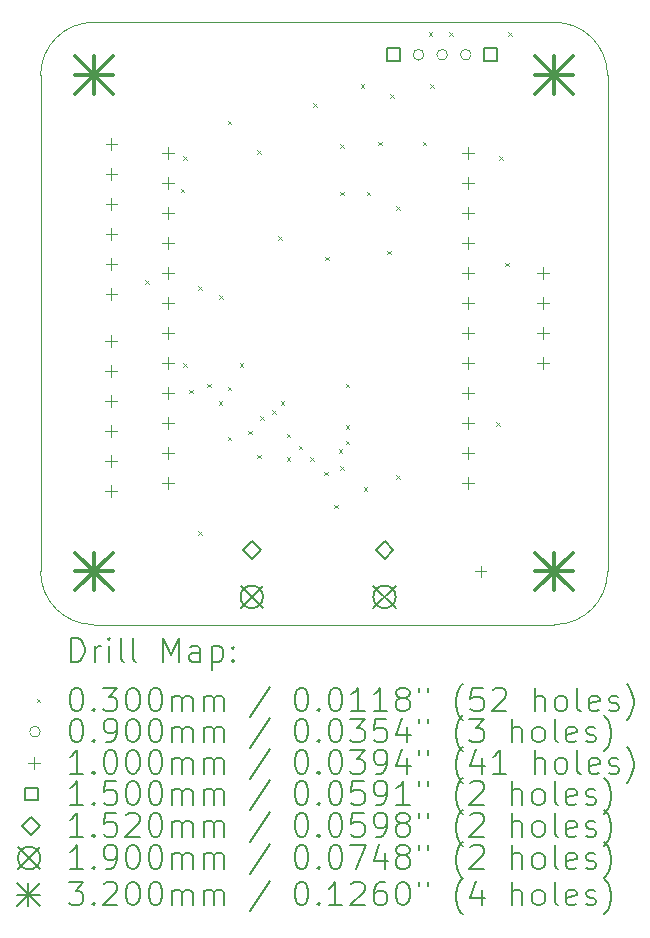
<source format=gbr>
%TF.GenerationSoftware,KiCad,Pcbnew,8.0.3*%
%TF.CreationDate,2024-10-16T20:56:56-05:00*%
%TF.ProjectId,BB-STM32 Dev Board,42422d53-544d-4333-9220-44657620426f,0*%
%TF.SameCoordinates,Original*%
%TF.FileFunction,Drillmap*%
%TF.FilePolarity,Positive*%
%FSLAX45Y45*%
G04 Gerber Fmt 4.5, Leading zero omitted, Abs format (unit mm)*
G04 Created by KiCad (PCBNEW 8.0.3) date 2024-10-16 20:56:56*
%MOMM*%
%LPD*%
G01*
G04 APERTURE LIST*
%ADD10C,0.050000*%
%ADD11C,0.200000*%
%ADD12C,0.100000*%
%ADD13C,0.150000*%
%ADD14C,0.152000*%
%ADD15C,0.190000*%
%ADD16C,0.320000*%
G04 APERTURE END LIST*
D10*
X11900000Y-12350000D02*
G75*
G02*
X11450000Y-11900000I0J450000D01*
G01*
X16250000Y-11900000D02*
G75*
G02*
X15800000Y-12350000I-450000J0D01*
G01*
X15800000Y-7250000D02*
G75*
G02*
X16250000Y-7700000I0J-450000D01*
G01*
X11450000Y-7700000D02*
G75*
G02*
X11900000Y-7250000I450000J0D01*
G01*
X16250000Y-11900000D02*
X16250000Y-7700000D01*
X11450000Y-7700000D02*
X11450000Y-11900000D01*
X15800000Y-7250000D02*
X11900000Y-7250000D01*
X11900000Y-12350000D02*
X15800000Y-12350000D01*
D11*
D12*
X12335000Y-9435000D02*
X12365000Y-9465000D01*
X12365000Y-9435000D02*
X12335000Y-9465000D01*
X12635000Y-8660000D02*
X12665000Y-8690000D01*
X12665000Y-8660000D02*
X12635000Y-8690000D01*
X12660000Y-8385000D02*
X12690000Y-8415000D01*
X12690000Y-8385000D02*
X12660000Y-8415000D01*
X12660000Y-10135000D02*
X12690000Y-10165000D01*
X12690000Y-10135000D02*
X12660000Y-10165000D01*
X12710000Y-10360000D02*
X12740000Y-10390000D01*
X12740000Y-10360000D02*
X12710000Y-10390000D01*
X12785000Y-9485000D02*
X12815000Y-9515000D01*
X12815000Y-9485000D02*
X12785000Y-9515000D01*
X12785000Y-11560000D02*
X12815000Y-11590000D01*
X12815000Y-11560000D02*
X12785000Y-11590000D01*
X12860000Y-10310000D02*
X12890000Y-10340000D01*
X12890000Y-10310000D02*
X12860000Y-10340000D01*
X12960000Y-10460000D02*
X12990000Y-10490000D01*
X12990000Y-10460000D02*
X12960000Y-10490000D01*
X12962700Y-9562700D02*
X12992700Y-9592700D01*
X12992700Y-9562700D02*
X12962700Y-9592700D01*
X13035000Y-8085000D02*
X13065000Y-8115000D01*
X13065000Y-8085000D02*
X13035000Y-8115000D01*
X13035000Y-10335000D02*
X13065000Y-10365000D01*
X13065000Y-10335000D02*
X13035000Y-10365000D01*
X13035000Y-10760000D02*
X13065000Y-10790000D01*
X13065000Y-10760000D02*
X13035000Y-10790000D01*
X13135000Y-10135000D02*
X13165000Y-10165000D01*
X13165000Y-10135000D02*
X13135000Y-10165000D01*
X13210000Y-10710000D02*
X13240000Y-10740000D01*
X13240000Y-10710000D02*
X13210000Y-10740000D01*
X13285000Y-8335000D02*
X13315000Y-8365000D01*
X13315000Y-8335000D02*
X13285000Y-8365000D01*
X13285000Y-10910000D02*
X13315000Y-10940000D01*
X13315000Y-10910000D02*
X13285000Y-10940000D01*
X13310000Y-10585000D02*
X13340000Y-10615000D01*
X13340000Y-10585000D02*
X13310000Y-10615000D01*
X13410000Y-10535000D02*
X13440000Y-10565000D01*
X13440000Y-10535000D02*
X13410000Y-10565000D01*
X13460000Y-9060000D02*
X13490000Y-9090000D01*
X13490000Y-9060000D02*
X13460000Y-9090000D01*
X13485000Y-10460000D02*
X13515000Y-10490000D01*
X13515000Y-10460000D02*
X13485000Y-10490000D01*
X13535000Y-10735000D02*
X13565000Y-10765000D01*
X13565000Y-10735000D02*
X13535000Y-10765000D01*
X13535000Y-10935000D02*
X13565000Y-10965000D01*
X13565000Y-10935000D02*
X13535000Y-10965000D01*
X13635000Y-10835000D02*
X13665000Y-10865000D01*
X13665000Y-10835000D02*
X13635000Y-10865000D01*
X13735000Y-10935000D02*
X13765000Y-10965000D01*
X13765000Y-10935000D02*
X13735000Y-10965000D01*
X13760000Y-7935000D02*
X13790000Y-7965000D01*
X13790000Y-7935000D02*
X13760000Y-7965000D01*
X13853592Y-11055854D02*
X13883592Y-11085854D01*
X13883592Y-11055854D02*
X13853592Y-11085854D01*
X13860000Y-9235000D02*
X13890000Y-9265000D01*
X13890000Y-9235000D02*
X13860000Y-9265000D01*
X13935000Y-11335000D02*
X13965000Y-11365000D01*
X13965000Y-11335000D02*
X13935000Y-11365000D01*
X13974652Y-10866614D02*
X14004652Y-10896614D01*
X14004652Y-10866614D02*
X13974652Y-10896614D01*
X13985000Y-8285000D02*
X14015000Y-8315000D01*
X14015000Y-8285000D02*
X13985000Y-8315000D01*
X13985000Y-8685000D02*
X14015000Y-8715000D01*
X14015000Y-8685000D02*
X13985000Y-8715000D01*
X13985000Y-11010000D02*
X14015000Y-11040000D01*
X14015000Y-11010000D02*
X13985000Y-11040000D01*
X14035000Y-10310000D02*
X14065000Y-10340000D01*
X14065000Y-10310000D02*
X14035000Y-10340000D01*
X14035000Y-10660000D02*
X14065000Y-10690000D01*
X14065000Y-10660000D02*
X14035000Y-10690000D01*
X14035000Y-10794858D02*
X14065000Y-10824858D01*
X14065000Y-10794858D02*
X14035000Y-10824858D01*
X14160000Y-7775000D02*
X14190000Y-7805000D01*
X14190000Y-7775000D02*
X14160000Y-7805000D01*
X14185000Y-11185000D02*
X14215000Y-11215000D01*
X14215000Y-11185000D02*
X14185000Y-11215000D01*
X14210000Y-8685000D02*
X14240000Y-8715000D01*
X14240000Y-8685000D02*
X14210000Y-8715000D01*
X14310000Y-8260000D02*
X14340000Y-8290000D01*
X14340000Y-8260000D02*
X14310000Y-8290000D01*
X14385000Y-9185000D02*
X14415000Y-9215000D01*
X14415000Y-9185000D02*
X14385000Y-9215000D01*
X14410000Y-7860000D02*
X14440000Y-7890000D01*
X14440000Y-7860000D02*
X14410000Y-7890000D01*
X14460000Y-8810000D02*
X14490000Y-8840000D01*
X14490000Y-8810000D02*
X14460000Y-8840000D01*
X14460808Y-11085808D02*
X14490808Y-11115808D01*
X14490808Y-11085808D02*
X14460808Y-11115808D01*
X14685000Y-8260000D02*
X14715000Y-8290000D01*
X14715000Y-8260000D02*
X14685000Y-8290000D01*
X14735000Y-7335000D02*
X14765000Y-7365000D01*
X14765000Y-7335000D02*
X14735000Y-7365000D01*
X14749093Y-7776761D02*
X14779093Y-7806761D01*
X14779093Y-7776761D02*
X14749093Y-7806761D01*
X14910000Y-7335000D02*
X14940000Y-7365000D01*
X14940000Y-7335000D02*
X14910000Y-7365000D01*
X15310000Y-10635000D02*
X15340000Y-10665000D01*
X15340000Y-10635000D02*
X15310000Y-10665000D01*
X15335000Y-8385000D02*
X15365000Y-8415000D01*
X15365000Y-8385000D02*
X15335000Y-8415000D01*
X15385000Y-9285000D02*
X15415000Y-9315000D01*
X15415000Y-9285000D02*
X15385000Y-9315000D01*
X15410000Y-7335000D02*
X15440000Y-7365000D01*
X15440000Y-7335000D02*
X15410000Y-7365000D01*
X14695000Y-7525000D02*
G75*
G02*
X14605000Y-7525000I-45000J0D01*
G01*
X14605000Y-7525000D02*
G75*
G02*
X14695000Y-7525000I45000J0D01*
G01*
X14895000Y-7525000D02*
G75*
G02*
X14805000Y-7525000I-45000J0D01*
G01*
X14805000Y-7525000D02*
G75*
G02*
X14895000Y-7525000I45000J0D01*
G01*
X15095000Y-7525000D02*
G75*
G02*
X15005000Y-7525000I-45000J0D01*
G01*
X15005000Y-7525000D02*
G75*
G02*
X15095000Y-7525000I45000J0D01*
G01*
X12047500Y-9896000D02*
X12047500Y-9996000D01*
X11997500Y-9946000D02*
X12097500Y-9946000D01*
X12047500Y-10150000D02*
X12047500Y-10250000D01*
X11997500Y-10200000D02*
X12097500Y-10200000D01*
X12047500Y-10404000D02*
X12047500Y-10504000D01*
X11997500Y-10454000D02*
X12097500Y-10454000D01*
X12047500Y-10658000D02*
X12047500Y-10758000D01*
X11997500Y-10708000D02*
X12097500Y-10708000D01*
X12047500Y-10912000D02*
X12047500Y-11012000D01*
X11997500Y-10962000D02*
X12097500Y-10962000D01*
X12047500Y-11166000D02*
X12047500Y-11266000D01*
X11997500Y-11216000D02*
X12097500Y-11216000D01*
X12050000Y-8230000D02*
X12050000Y-8330000D01*
X12000000Y-8280000D02*
X12100000Y-8280000D01*
X12050000Y-8484000D02*
X12050000Y-8584000D01*
X12000000Y-8534000D02*
X12100000Y-8534000D01*
X12050000Y-8738000D02*
X12050000Y-8838000D01*
X12000000Y-8788000D02*
X12100000Y-8788000D01*
X12050000Y-8992000D02*
X12050000Y-9092000D01*
X12000000Y-9042000D02*
X12100000Y-9042000D01*
X12050000Y-9246000D02*
X12050000Y-9346000D01*
X12000000Y-9296000D02*
X12100000Y-9296000D01*
X12050000Y-9500000D02*
X12050000Y-9600000D01*
X12000000Y-9550000D02*
X12100000Y-9550000D01*
X12530000Y-8306000D02*
X12530000Y-8406000D01*
X12480000Y-8356000D02*
X12580000Y-8356000D01*
X12530000Y-8560000D02*
X12530000Y-8660000D01*
X12480000Y-8610000D02*
X12580000Y-8610000D01*
X12530000Y-8814000D02*
X12530000Y-8914000D01*
X12480000Y-8864000D02*
X12580000Y-8864000D01*
X12530000Y-9068000D02*
X12530000Y-9168000D01*
X12480000Y-9118000D02*
X12580000Y-9118000D01*
X12530000Y-9322000D02*
X12530000Y-9422000D01*
X12480000Y-9372000D02*
X12580000Y-9372000D01*
X12530000Y-9576000D02*
X12530000Y-9676000D01*
X12480000Y-9626000D02*
X12580000Y-9626000D01*
X12530000Y-9830000D02*
X12530000Y-9930000D01*
X12480000Y-9880000D02*
X12580000Y-9880000D01*
X12530000Y-10084000D02*
X12530000Y-10184000D01*
X12480000Y-10134000D02*
X12580000Y-10134000D01*
X12530000Y-10338000D02*
X12530000Y-10438000D01*
X12480000Y-10388000D02*
X12580000Y-10388000D01*
X12530000Y-10592000D02*
X12530000Y-10692000D01*
X12480000Y-10642000D02*
X12580000Y-10642000D01*
X12530000Y-10846000D02*
X12530000Y-10946000D01*
X12480000Y-10896000D02*
X12580000Y-10896000D01*
X12530000Y-11100000D02*
X12530000Y-11200000D01*
X12480000Y-11150000D02*
X12580000Y-11150000D01*
X15070000Y-8306000D02*
X15070000Y-8406000D01*
X15020000Y-8356000D02*
X15120000Y-8356000D01*
X15070000Y-8560000D02*
X15070000Y-8660000D01*
X15020000Y-8610000D02*
X15120000Y-8610000D01*
X15070000Y-8814000D02*
X15070000Y-8914000D01*
X15020000Y-8864000D02*
X15120000Y-8864000D01*
X15070000Y-9068000D02*
X15070000Y-9168000D01*
X15020000Y-9118000D02*
X15120000Y-9118000D01*
X15070000Y-9322000D02*
X15070000Y-9422000D01*
X15020000Y-9372000D02*
X15120000Y-9372000D01*
X15070000Y-9576000D02*
X15070000Y-9676000D01*
X15020000Y-9626000D02*
X15120000Y-9626000D01*
X15070000Y-9830000D02*
X15070000Y-9930000D01*
X15020000Y-9880000D02*
X15120000Y-9880000D01*
X15070000Y-10084000D02*
X15070000Y-10184000D01*
X15020000Y-10134000D02*
X15120000Y-10134000D01*
X15070000Y-10338000D02*
X15070000Y-10438000D01*
X15020000Y-10388000D02*
X15120000Y-10388000D01*
X15070000Y-10592000D02*
X15070000Y-10692000D01*
X15020000Y-10642000D02*
X15120000Y-10642000D01*
X15070000Y-10846000D02*
X15070000Y-10946000D01*
X15020000Y-10896000D02*
X15120000Y-10896000D01*
X15070000Y-11100000D02*
X15070000Y-11200000D01*
X15020000Y-11150000D02*
X15120000Y-11150000D01*
X15175000Y-11850000D02*
X15175000Y-11950000D01*
X15125000Y-11900000D02*
X15225000Y-11900000D01*
X15702500Y-9320000D02*
X15702500Y-9420000D01*
X15652500Y-9370000D02*
X15752500Y-9370000D01*
X15702500Y-9574000D02*
X15702500Y-9674000D01*
X15652500Y-9624000D02*
X15752500Y-9624000D01*
X15702500Y-9828000D02*
X15702500Y-9928000D01*
X15652500Y-9878000D02*
X15752500Y-9878000D01*
X15702500Y-10082000D02*
X15702500Y-10182000D01*
X15652500Y-10132000D02*
X15752500Y-10132000D01*
D13*
X14493033Y-7578033D02*
X14493033Y-7471966D01*
X14386966Y-7471966D01*
X14386966Y-7578033D01*
X14493033Y-7578033D01*
X15313033Y-7578033D02*
X15313033Y-7471966D01*
X15206966Y-7471966D01*
X15206966Y-7578033D01*
X15313033Y-7578033D01*
D14*
X13238000Y-11791000D02*
X13314000Y-11715000D01*
X13238000Y-11639000D01*
X13162000Y-11715000D01*
X13238000Y-11791000D01*
X14362000Y-11791000D02*
X14438000Y-11715000D01*
X14362000Y-11639000D01*
X14286000Y-11715000D01*
X14362000Y-11791000D01*
D15*
X13143000Y-12020000D02*
X13333000Y-12210000D01*
X13333000Y-12020000D02*
X13143000Y-12210000D01*
X13333000Y-12115000D02*
G75*
G02*
X13143000Y-12115000I-95000J0D01*
G01*
X13143000Y-12115000D02*
G75*
G02*
X13333000Y-12115000I95000J0D01*
G01*
X14267000Y-12020000D02*
X14457000Y-12210000D01*
X14457000Y-12020000D02*
X14267000Y-12210000D01*
X14457000Y-12115000D02*
G75*
G02*
X14267000Y-12115000I-95000J0D01*
G01*
X14267000Y-12115000D02*
G75*
G02*
X14457000Y-12115000I95000J0D01*
G01*
D16*
X11740000Y-7540000D02*
X12060000Y-7860000D01*
X12060000Y-7540000D02*
X11740000Y-7860000D01*
X11900000Y-7540000D02*
X11900000Y-7860000D01*
X11740000Y-7700000D02*
X12060000Y-7700000D01*
X11740000Y-11740000D02*
X12060000Y-12060000D01*
X12060000Y-11740000D02*
X11740000Y-12060000D01*
X11900000Y-11740000D02*
X11900000Y-12060000D01*
X11740000Y-11900000D02*
X12060000Y-11900000D01*
X15640000Y-7540000D02*
X15960000Y-7860000D01*
X15960000Y-7540000D02*
X15640000Y-7860000D01*
X15800000Y-7540000D02*
X15800000Y-7860000D01*
X15640000Y-7700000D02*
X15960000Y-7700000D01*
X15640000Y-11740000D02*
X15960000Y-12060000D01*
X15960000Y-11740000D02*
X15640000Y-12060000D01*
X15800000Y-11740000D02*
X15800000Y-12060000D01*
X15640000Y-11900000D02*
X15960000Y-11900000D01*
D11*
X11708277Y-12663984D02*
X11708277Y-12463984D01*
X11708277Y-12463984D02*
X11755896Y-12463984D01*
X11755896Y-12463984D02*
X11784467Y-12473508D01*
X11784467Y-12473508D02*
X11803515Y-12492555D01*
X11803515Y-12492555D02*
X11813039Y-12511603D01*
X11813039Y-12511603D02*
X11822562Y-12549698D01*
X11822562Y-12549698D02*
X11822562Y-12578269D01*
X11822562Y-12578269D02*
X11813039Y-12616365D01*
X11813039Y-12616365D02*
X11803515Y-12635412D01*
X11803515Y-12635412D02*
X11784467Y-12654460D01*
X11784467Y-12654460D02*
X11755896Y-12663984D01*
X11755896Y-12663984D02*
X11708277Y-12663984D01*
X11908277Y-12663984D02*
X11908277Y-12530650D01*
X11908277Y-12568746D02*
X11917801Y-12549698D01*
X11917801Y-12549698D02*
X11927324Y-12540174D01*
X11927324Y-12540174D02*
X11946372Y-12530650D01*
X11946372Y-12530650D02*
X11965420Y-12530650D01*
X12032086Y-12663984D02*
X12032086Y-12530650D01*
X12032086Y-12463984D02*
X12022562Y-12473508D01*
X12022562Y-12473508D02*
X12032086Y-12483031D01*
X12032086Y-12483031D02*
X12041610Y-12473508D01*
X12041610Y-12473508D02*
X12032086Y-12463984D01*
X12032086Y-12463984D02*
X12032086Y-12483031D01*
X12155896Y-12663984D02*
X12136848Y-12654460D01*
X12136848Y-12654460D02*
X12127324Y-12635412D01*
X12127324Y-12635412D02*
X12127324Y-12463984D01*
X12260658Y-12663984D02*
X12241610Y-12654460D01*
X12241610Y-12654460D02*
X12232086Y-12635412D01*
X12232086Y-12635412D02*
X12232086Y-12463984D01*
X12489229Y-12663984D02*
X12489229Y-12463984D01*
X12489229Y-12463984D02*
X12555896Y-12606841D01*
X12555896Y-12606841D02*
X12622562Y-12463984D01*
X12622562Y-12463984D02*
X12622562Y-12663984D01*
X12803515Y-12663984D02*
X12803515Y-12559222D01*
X12803515Y-12559222D02*
X12793991Y-12540174D01*
X12793991Y-12540174D02*
X12774943Y-12530650D01*
X12774943Y-12530650D02*
X12736848Y-12530650D01*
X12736848Y-12530650D02*
X12717801Y-12540174D01*
X12803515Y-12654460D02*
X12784467Y-12663984D01*
X12784467Y-12663984D02*
X12736848Y-12663984D01*
X12736848Y-12663984D02*
X12717801Y-12654460D01*
X12717801Y-12654460D02*
X12708277Y-12635412D01*
X12708277Y-12635412D02*
X12708277Y-12616365D01*
X12708277Y-12616365D02*
X12717801Y-12597317D01*
X12717801Y-12597317D02*
X12736848Y-12587793D01*
X12736848Y-12587793D02*
X12784467Y-12587793D01*
X12784467Y-12587793D02*
X12803515Y-12578269D01*
X12898753Y-12530650D02*
X12898753Y-12730650D01*
X12898753Y-12540174D02*
X12917801Y-12530650D01*
X12917801Y-12530650D02*
X12955896Y-12530650D01*
X12955896Y-12530650D02*
X12974943Y-12540174D01*
X12974943Y-12540174D02*
X12984467Y-12549698D01*
X12984467Y-12549698D02*
X12993991Y-12568746D01*
X12993991Y-12568746D02*
X12993991Y-12625888D01*
X12993991Y-12625888D02*
X12984467Y-12644936D01*
X12984467Y-12644936D02*
X12974943Y-12654460D01*
X12974943Y-12654460D02*
X12955896Y-12663984D01*
X12955896Y-12663984D02*
X12917801Y-12663984D01*
X12917801Y-12663984D02*
X12898753Y-12654460D01*
X13079705Y-12644936D02*
X13089229Y-12654460D01*
X13089229Y-12654460D02*
X13079705Y-12663984D01*
X13079705Y-12663984D02*
X13070182Y-12654460D01*
X13070182Y-12654460D02*
X13079705Y-12644936D01*
X13079705Y-12644936D02*
X13079705Y-12663984D01*
X13079705Y-12540174D02*
X13089229Y-12549698D01*
X13089229Y-12549698D02*
X13079705Y-12559222D01*
X13079705Y-12559222D02*
X13070182Y-12549698D01*
X13070182Y-12549698D02*
X13079705Y-12540174D01*
X13079705Y-12540174D02*
X13079705Y-12559222D01*
D12*
X11417500Y-12977500D02*
X11447500Y-13007500D01*
X11447500Y-12977500D02*
X11417500Y-13007500D01*
D11*
X11746372Y-12883984D02*
X11765420Y-12883984D01*
X11765420Y-12883984D02*
X11784467Y-12893508D01*
X11784467Y-12893508D02*
X11793991Y-12903031D01*
X11793991Y-12903031D02*
X11803515Y-12922079D01*
X11803515Y-12922079D02*
X11813039Y-12960174D01*
X11813039Y-12960174D02*
X11813039Y-13007793D01*
X11813039Y-13007793D02*
X11803515Y-13045888D01*
X11803515Y-13045888D02*
X11793991Y-13064936D01*
X11793991Y-13064936D02*
X11784467Y-13074460D01*
X11784467Y-13074460D02*
X11765420Y-13083984D01*
X11765420Y-13083984D02*
X11746372Y-13083984D01*
X11746372Y-13083984D02*
X11727324Y-13074460D01*
X11727324Y-13074460D02*
X11717801Y-13064936D01*
X11717801Y-13064936D02*
X11708277Y-13045888D01*
X11708277Y-13045888D02*
X11698753Y-13007793D01*
X11698753Y-13007793D02*
X11698753Y-12960174D01*
X11698753Y-12960174D02*
X11708277Y-12922079D01*
X11708277Y-12922079D02*
X11717801Y-12903031D01*
X11717801Y-12903031D02*
X11727324Y-12893508D01*
X11727324Y-12893508D02*
X11746372Y-12883984D01*
X11898753Y-13064936D02*
X11908277Y-13074460D01*
X11908277Y-13074460D02*
X11898753Y-13083984D01*
X11898753Y-13083984D02*
X11889229Y-13074460D01*
X11889229Y-13074460D02*
X11898753Y-13064936D01*
X11898753Y-13064936D02*
X11898753Y-13083984D01*
X11974943Y-12883984D02*
X12098753Y-12883984D01*
X12098753Y-12883984D02*
X12032086Y-12960174D01*
X12032086Y-12960174D02*
X12060658Y-12960174D01*
X12060658Y-12960174D02*
X12079705Y-12969698D01*
X12079705Y-12969698D02*
X12089229Y-12979222D01*
X12089229Y-12979222D02*
X12098753Y-12998269D01*
X12098753Y-12998269D02*
X12098753Y-13045888D01*
X12098753Y-13045888D02*
X12089229Y-13064936D01*
X12089229Y-13064936D02*
X12079705Y-13074460D01*
X12079705Y-13074460D02*
X12060658Y-13083984D01*
X12060658Y-13083984D02*
X12003515Y-13083984D01*
X12003515Y-13083984D02*
X11984467Y-13074460D01*
X11984467Y-13074460D02*
X11974943Y-13064936D01*
X12222562Y-12883984D02*
X12241610Y-12883984D01*
X12241610Y-12883984D02*
X12260658Y-12893508D01*
X12260658Y-12893508D02*
X12270182Y-12903031D01*
X12270182Y-12903031D02*
X12279705Y-12922079D01*
X12279705Y-12922079D02*
X12289229Y-12960174D01*
X12289229Y-12960174D02*
X12289229Y-13007793D01*
X12289229Y-13007793D02*
X12279705Y-13045888D01*
X12279705Y-13045888D02*
X12270182Y-13064936D01*
X12270182Y-13064936D02*
X12260658Y-13074460D01*
X12260658Y-13074460D02*
X12241610Y-13083984D01*
X12241610Y-13083984D02*
X12222562Y-13083984D01*
X12222562Y-13083984D02*
X12203515Y-13074460D01*
X12203515Y-13074460D02*
X12193991Y-13064936D01*
X12193991Y-13064936D02*
X12184467Y-13045888D01*
X12184467Y-13045888D02*
X12174943Y-13007793D01*
X12174943Y-13007793D02*
X12174943Y-12960174D01*
X12174943Y-12960174D02*
X12184467Y-12922079D01*
X12184467Y-12922079D02*
X12193991Y-12903031D01*
X12193991Y-12903031D02*
X12203515Y-12893508D01*
X12203515Y-12893508D02*
X12222562Y-12883984D01*
X12413039Y-12883984D02*
X12432086Y-12883984D01*
X12432086Y-12883984D02*
X12451134Y-12893508D01*
X12451134Y-12893508D02*
X12460658Y-12903031D01*
X12460658Y-12903031D02*
X12470182Y-12922079D01*
X12470182Y-12922079D02*
X12479705Y-12960174D01*
X12479705Y-12960174D02*
X12479705Y-13007793D01*
X12479705Y-13007793D02*
X12470182Y-13045888D01*
X12470182Y-13045888D02*
X12460658Y-13064936D01*
X12460658Y-13064936D02*
X12451134Y-13074460D01*
X12451134Y-13074460D02*
X12432086Y-13083984D01*
X12432086Y-13083984D02*
X12413039Y-13083984D01*
X12413039Y-13083984D02*
X12393991Y-13074460D01*
X12393991Y-13074460D02*
X12384467Y-13064936D01*
X12384467Y-13064936D02*
X12374943Y-13045888D01*
X12374943Y-13045888D02*
X12365420Y-13007793D01*
X12365420Y-13007793D02*
X12365420Y-12960174D01*
X12365420Y-12960174D02*
X12374943Y-12922079D01*
X12374943Y-12922079D02*
X12384467Y-12903031D01*
X12384467Y-12903031D02*
X12393991Y-12893508D01*
X12393991Y-12893508D02*
X12413039Y-12883984D01*
X12565420Y-13083984D02*
X12565420Y-12950650D01*
X12565420Y-12969698D02*
X12574943Y-12960174D01*
X12574943Y-12960174D02*
X12593991Y-12950650D01*
X12593991Y-12950650D02*
X12622563Y-12950650D01*
X12622563Y-12950650D02*
X12641610Y-12960174D01*
X12641610Y-12960174D02*
X12651134Y-12979222D01*
X12651134Y-12979222D02*
X12651134Y-13083984D01*
X12651134Y-12979222D02*
X12660658Y-12960174D01*
X12660658Y-12960174D02*
X12679705Y-12950650D01*
X12679705Y-12950650D02*
X12708277Y-12950650D01*
X12708277Y-12950650D02*
X12727324Y-12960174D01*
X12727324Y-12960174D02*
X12736848Y-12979222D01*
X12736848Y-12979222D02*
X12736848Y-13083984D01*
X12832086Y-13083984D02*
X12832086Y-12950650D01*
X12832086Y-12969698D02*
X12841610Y-12960174D01*
X12841610Y-12960174D02*
X12860658Y-12950650D01*
X12860658Y-12950650D02*
X12889229Y-12950650D01*
X12889229Y-12950650D02*
X12908277Y-12960174D01*
X12908277Y-12960174D02*
X12917801Y-12979222D01*
X12917801Y-12979222D02*
X12917801Y-13083984D01*
X12917801Y-12979222D02*
X12927324Y-12960174D01*
X12927324Y-12960174D02*
X12946372Y-12950650D01*
X12946372Y-12950650D02*
X12974943Y-12950650D01*
X12974943Y-12950650D02*
X12993991Y-12960174D01*
X12993991Y-12960174D02*
X13003515Y-12979222D01*
X13003515Y-12979222D02*
X13003515Y-13083984D01*
X13393991Y-12874460D02*
X13222563Y-13131603D01*
X13651134Y-12883984D02*
X13670182Y-12883984D01*
X13670182Y-12883984D02*
X13689229Y-12893508D01*
X13689229Y-12893508D02*
X13698753Y-12903031D01*
X13698753Y-12903031D02*
X13708277Y-12922079D01*
X13708277Y-12922079D02*
X13717801Y-12960174D01*
X13717801Y-12960174D02*
X13717801Y-13007793D01*
X13717801Y-13007793D02*
X13708277Y-13045888D01*
X13708277Y-13045888D02*
X13698753Y-13064936D01*
X13698753Y-13064936D02*
X13689229Y-13074460D01*
X13689229Y-13074460D02*
X13670182Y-13083984D01*
X13670182Y-13083984D02*
X13651134Y-13083984D01*
X13651134Y-13083984D02*
X13632086Y-13074460D01*
X13632086Y-13074460D02*
X13622563Y-13064936D01*
X13622563Y-13064936D02*
X13613039Y-13045888D01*
X13613039Y-13045888D02*
X13603515Y-13007793D01*
X13603515Y-13007793D02*
X13603515Y-12960174D01*
X13603515Y-12960174D02*
X13613039Y-12922079D01*
X13613039Y-12922079D02*
X13622563Y-12903031D01*
X13622563Y-12903031D02*
X13632086Y-12893508D01*
X13632086Y-12893508D02*
X13651134Y-12883984D01*
X13803515Y-13064936D02*
X13813039Y-13074460D01*
X13813039Y-13074460D02*
X13803515Y-13083984D01*
X13803515Y-13083984D02*
X13793991Y-13074460D01*
X13793991Y-13074460D02*
X13803515Y-13064936D01*
X13803515Y-13064936D02*
X13803515Y-13083984D01*
X13936848Y-12883984D02*
X13955896Y-12883984D01*
X13955896Y-12883984D02*
X13974944Y-12893508D01*
X13974944Y-12893508D02*
X13984467Y-12903031D01*
X13984467Y-12903031D02*
X13993991Y-12922079D01*
X13993991Y-12922079D02*
X14003515Y-12960174D01*
X14003515Y-12960174D02*
X14003515Y-13007793D01*
X14003515Y-13007793D02*
X13993991Y-13045888D01*
X13993991Y-13045888D02*
X13984467Y-13064936D01*
X13984467Y-13064936D02*
X13974944Y-13074460D01*
X13974944Y-13074460D02*
X13955896Y-13083984D01*
X13955896Y-13083984D02*
X13936848Y-13083984D01*
X13936848Y-13083984D02*
X13917801Y-13074460D01*
X13917801Y-13074460D02*
X13908277Y-13064936D01*
X13908277Y-13064936D02*
X13898753Y-13045888D01*
X13898753Y-13045888D02*
X13889229Y-13007793D01*
X13889229Y-13007793D02*
X13889229Y-12960174D01*
X13889229Y-12960174D02*
X13898753Y-12922079D01*
X13898753Y-12922079D02*
X13908277Y-12903031D01*
X13908277Y-12903031D02*
X13917801Y-12893508D01*
X13917801Y-12893508D02*
X13936848Y-12883984D01*
X14193991Y-13083984D02*
X14079706Y-13083984D01*
X14136848Y-13083984D02*
X14136848Y-12883984D01*
X14136848Y-12883984D02*
X14117801Y-12912555D01*
X14117801Y-12912555D02*
X14098753Y-12931603D01*
X14098753Y-12931603D02*
X14079706Y-12941127D01*
X14384467Y-13083984D02*
X14270182Y-13083984D01*
X14327325Y-13083984D02*
X14327325Y-12883984D01*
X14327325Y-12883984D02*
X14308277Y-12912555D01*
X14308277Y-12912555D02*
X14289229Y-12931603D01*
X14289229Y-12931603D02*
X14270182Y-12941127D01*
X14498753Y-12969698D02*
X14479706Y-12960174D01*
X14479706Y-12960174D02*
X14470182Y-12950650D01*
X14470182Y-12950650D02*
X14460658Y-12931603D01*
X14460658Y-12931603D02*
X14460658Y-12922079D01*
X14460658Y-12922079D02*
X14470182Y-12903031D01*
X14470182Y-12903031D02*
X14479706Y-12893508D01*
X14479706Y-12893508D02*
X14498753Y-12883984D01*
X14498753Y-12883984D02*
X14536848Y-12883984D01*
X14536848Y-12883984D02*
X14555896Y-12893508D01*
X14555896Y-12893508D02*
X14565420Y-12903031D01*
X14565420Y-12903031D02*
X14574944Y-12922079D01*
X14574944Y-12922079D02*
X14574944Y-12931603D01*
X14574944Y-12931603D02*
X14565420Y-12950650D01*
X14565420Y-12950650D02*
X14555896Y-12960174D01*
X14555896Y-12960174D02*
X14536848Y-12969698D01*
X14536848Y-12969698D02*
X14498753Y-12969698D01*
X14498753Y-12969698D02*
X14479706Y-12979222D01*
X14479706Y-12979222D02*
X14470182Y-12988746D01*
X14470182Y-12988746D02*
X14460658Y-13007793D01*
X14460658Y-13007793D02*
X14460658Y-13045888D01*
X14460658Y-13045888D02*
X14470182Y-13064936D01*
X14470182Y-13064936D02*
X14479706Y-13074460D01*
X14479706Y-13074460D02*
X14498753Y-13083984D01*
X14498753Y-13083984D02*
X14536848Y-13083984D01*
X14536848Y-13083984D02*
X14555896Y-13074460D01*
X14555896Y-13074460D02*
X14565420Y-13064936D01*
X14565420Y-13064936D02*
X14574944Y-13045888D01*
X14574944Y-13045888D02*
X14574944Y-13007793D01*
X14574944Y-13007793D02*
X14565420Y-12988746D01*
X14565420Y-12988746D02*
X14555896Y-12979222D01*
X14555896Y-12979222D02*
X14536848Y-12969698D01*
X14651134Y-12883984D02*
X14651134Y-12922079D01*
X14727325Y-12883984D02*
X14727325Y-12922079D01*
X15022563Y-13160174D02*
X15013039Y-13150650D01*
X15013039Y-13150650D02*
X14993991Y-13122079D01*
X14993991Y-13122079D02*
X14984468Y-13103031D01*
X14984468Y-13103031D02*
X14974944Y-13074460D01*
X14974944Y-13074460D02*
X14965420Y-13026841D01*
X14965420Y-13026841D02*
X14965420Y-12988746D01*
X14965420Y-12988746D02*
X14974944Y-12941127D01*
X14974944Y-12941127D02*
X14984468Y-12912555D01*
X14984468Y-12912555D02*
X14993991Y-12893508D01*
X14993991Y-12893508D02*
X15013039Y-12864936D01*
X15013039Y-12864936D02*
X15022563Y-12855412D01*
X15193991Y-12883984D02*
X15098753Y-12883984D01*
X15098753Y-12883984D02*
X15089229Y-12979222D01*
X15089229Y-12979222D02*
X15098753Y-12969698D01*
X15098753Y-12969698D02*
X15117801Y-12960174D01*
X15117801Y-12960174D02*
X15165420Y-12960174D01*
X15165420Y-12960174D02*
X15184468Y-12969698D01*
X15184468Y-12969698D02*
X15193991Y-12979222D01*
X15193991Y-12979222D02*
X15203515Y-12998269D01*
X15203515Y-12998269D02*
X15203515Y-13045888D01*
X15203515Y-13045888D02*
X15193991Y-13064936D01*
X15193991Y-13064936D02*
X15184468Y-13074460D01*
X15184468Y-13074460D02*
X15165420Y-13083984D01*
X15165420Y-13083984D02*
X15117801Y-13083984D01*
X15117801Y-13083984D02*
X15098753Y-13074460D01*
X15098753Y-13074460D02*
X15089229Y-13064936D01*
X15279706Y-12903031D02*
X15289229Y-12893508D01*
X15289229Y-12893508D02*
X15308277Y-12883984D01*
X15308277Y-12883984D02*
X15355896Y-12883984D01*
X15355896Y-12883984D02*
X15374944Y-12893508D01*
X15374944Y-12893508D02*
X15384468Y-12903031D01*
X15384468Y-12903031D02*
X15393991Y-12922079D01*
X15393991Y-12922079D02*
X15393991Y-12941127D01*
X15393991Y-12941127D02*
X15384468Y-12969698D01*
X15384468Y-12969698D02*
X15270182Y-13083984D01*
X15270182Y-13083984D02*
X15393991Y-13083984D01*
X15632087Y-13083984D02*
X15632087Y-12883984D01*
X15717801Y-13083984D02*
X15717801Y-12979222D01*
X15717801Y-12979222D02*
X15708277Y-12960174D01*
X15708277Y-12960174D02*
X15689230Y-12950650D01*
X15689230Y-12950650D02*
X15660658Y-12950650D01*
X15660658Y-12950650D02*
X15641610Y-12960174D01*
X15641610Y-12960174D02*
X15632087Y-12969698D01*
X15841610Y-13083984D02*
X15822563Y-13074460D01*
X15822563Y-13074460D02*
X15813039Y-13064936D01*
X15813039Y-13064936D02*
X15803515Y-13045888D01*
X15803515Y-13045888D02*
X15803515Y-12988746D01*
X15803515Y-12988746D02*
X15813039Y-12969698D01*
X15813039Y-12969698D02*
X15822563Y-12960174D01*
X15822563Y-12960174D02*
X15841610Y-12950650D01*
X15841610Y-12950650D02*
X15870182Y-12950650D01*
X15870182Y-12950650D02*
X15889230Y-12960174D01*
X15889230Y-12960174D02*
X15898753Y-12969698D01*
X15898753Y-12969698D02*
X15908277Y-12988746D01*
X15908277Y-12988746D02*
X15908277Y-13045888D01*
X15908277Y-13045888D02*
X15898753Y-13064936D01*
X15898753Y-13064936D02*
X15889230Y-13074460D01*
X15889230Y-13074460D02*
X15870182Y-13083984D01*
X15870182Y-13083984D02*
X15841610Y-13083984D01*
X16022563Y-13083984D02*
X16003515Y-13074460D01*
X16003515Y-13074460D02*
X15993991Y-13055412D01*
X15993991Y-13055412D02*
X15993991Y-12883984D01*
X16174944Y-13074460D02*
X16155896Y-13083984D01*
X16155896Y-13083984D02*
X16117801Y-13083984D01*
X16117801Y-13083984D02*
X16098753Y-13074460D01*
X16098753Y-13074460D02*
X16089230Y-13055412D01*
X16089230Y-13055412D02*
X16089230Y-12979222D01*
X16089230Y-12979222D02*
X16098753Y-12960174D01*
X16098753Y-12960174D02*
X16117801Y-12950650D01*
X16117801Y-12950650D02*
X16155896Y-12950650D01*
X16155896Y-12950650D02*
X16174944Y-12960174D01*
X16174944Y-12960174D02*
X16184468Y-12979222D01*
X16184468Y-12979222D02*
X16184468Y-12998269D01*
X16184468Y-12998269D02*
X16089230Y-13017317D01*
X16260658Y-13074460D02*
X16279706Y-13083984D01*
X16279706Y-13083984D02*
X16317801Y-13083984D01*
X16317801Y-13083984D02*
X16336849Y-13074460D01*
X16336849Y-13074460D02*
X16346372Y-13055412D01*
X16346372Y-13055412D02*
X16346372Y-13045888D01*
X16346372Y-13045888D02*
X16336849Y-13026841D01*
X16336849Y-13026841D02*
X16317801Y-13017317D01*
X16317801Y-13017317D02*
X16289230Y-13017317D01*
X16289230Y-13017317D02*
X16270182Y-13007793D01*
X16270182Y-13007793D02*
X16260658Y-12988746D01*
X16260658Y-12988746D02*
X16260658Y-12979222D01*
X16260658Y-12979222D02*
X16270182Y-12960174D01*
X16270182Y-12960174D02*
X16289230Y-12950650D01*
X16289230Y-12950650D02*
X16317801Y-12950650D01*
X16317801Y-12950650D02*
X16336849Y-12960174D01*
X16413039Y-13160174D02*
X16422563Y-13150650D01*
X16422563Y-13150650D02*
X16441611Y-13122079D01*
X16441611Y-13122079D02*
X16451134Y-13103031D01*
X16451134Y-13103031D02*
X16460658Y-13074460D01*
X16460658Y-13074460D02*
X16470182Y-13026841D01*
X16470182Y-13026841D02*
X16470182Y-12988746D01*
X16470182Y-12988746D02*
X16460658Y-12941127D01*
X16460658Y-12941127D02*
X16451134Y-12912555D01*
X16451134Y-12912555D02*
X16441611Y-12893508D01*
X16441611Y-12893508D02*
X16422563Y-12864936D01*
X16422563Y-12864936D02*
X16413039Y-12855412D01*
D12*
X11447500Y-13256500D02*
G75*
G02*
X11357500Y-13256500I-45000J0D01*
G01*
X11357500Y-13256500D02*
G75*
G02*
X11447500Y-13256500I45000J0D01*
G01*
D11*
X11746372Y-13147984D02*
X11765420Y-13147984D01*
X11765420Y-13147984D02*
X11784467Y-13157508D01*
X11784467Y-13157508D02*
X11793991Y-13167031D01*
X11793991Y-13167031D02*
X11803515Y-13186079D01*
X11803515Y-13186079D02*
X11813039Y-13224174D01*
X11813039Y-13224174D02*
X11813039Y-13271793D01*
X11813039Y-13271793D02*
X11803515Y-13309888D01*
X11803515Y-13309888D02*
X11793991Y-13328936D01*
X11793991Y-13328936D02*
X11784467Y-13338460D01*
X11784467Y-13338460D02*
X11765420Y-13347984D01*
X11765420Y-13347984D02*
X11746372Y-13347984D01*
X11746372Y-13347984D02*
X11727324Y-13338460D01*
X11727324Y-13338460D02*
X11717801Y-13328936D01*
X11717801Y-13328936D02*
X11708277Y-13309888D01*
X11708277Y-13309888D02*
X11698753Y-13271793D01*
X11698753Y-13271793D02*
X11698753Y-13224174D01*
X11698753Y-13224174D02*
X11708277Y-13186079D01*
X11708277Y-13186079D02*
X11717801Y-13167031D01*
X11717801Y-13167031D02*
X11727324Y-13157508D01*
X11727324Y-13157508D02*
X11746372Y-13147984D01*
X11898753Y-13328936D02*
X11908277Y-13338460D01*
X11908277Y-13338460D02*
X11898753Y-13347984D01*
X11898753Y-13347984D02*
X11889229Y-13338460D01*
X11889229Y-13338460D02*
X11898753Y-13328936D01*
X11898753Y-13328936D02*
X11898753Y-13347984D01*
X12003515Y-13347984D02*
X12041610Y-13347984D01*
X12041610Y-13347984D02*
X12060658Y-13338460D01*
X12060658Y-13338460D02*
X12070182Y-13328936D01*
X12070182Y-13328936D02*
X12089229Y-13300365D01*
X12089229Y-13300365D02*
X12098753Y-13262269D01*
X12098753Y-13262269D02*
X12098753Y-13186079D01*
X12098753Y-13186079D02*
X12089229Y-13167031D01*
X12089229Y-13167031D02*
X12079705Y-13157508D01*
X12079705Y-13157508D02*
X12060658Y-13147984D01*
X12060658Y-13147984D02*
X12022562Y-13147984D01*
X12022562Y-13147984D02*
X12003515Y-13157508D01*
X12003515Y-13157508D02*
X11993991Y-13167031D01*
X11993991Y-13167031D02*
X11984467Y-13186079D01*
X11984467Y-13186079D02*
X11984467Y-13233698D01*
X11984467Y-13233698D02*
X11993991Y-13252746D01*
X11993991Y-13252746D02*
X12003515Y-13262269D01*
X12003515Y-13262269D02*
X12022562Y-13271793D01*
X12022562Y-13271793D02*
X12060658Y-13271793D01*
X12060658Y-13271793D02*
X12079705Y-13262269D01*
X12079705Y-13262269D02*
X12089229Y-13252746D01*
X12089229Y-13252746D02*
X12098753Y-13233698D01*
X12222562Y-13147984D02*
X12241610Y-13147984D01*
X12241610Y-13147984D02*
X12260658Y-13157508D01*
X12260658Y-13157508D02*
X12270182Y-13167031D01*
X12270182Y-13167031D02*
X12279705Y-13186079D01*
X12279705Y-13186079D02*
X12289229Y-13224174D01*
X12289229Y-13224174D02*
X12289229Y-13271793D01*
X12289229Y-13271793D02*
X12279705Y-13309888D01*
X12279705Y-13309888D02*
X12270182Y-13328936D01*
X12270182Y-13328936D02*
X12260658Y-13338460D01*
X12260658Y-13338460D02*
X12241610Y-13347984D01*
X12241610Y-13347984D02*
X12222562Y-13347984D01*
X12222562Y-13347984D02*
X12203515Y-13338460D01*
X12203515Y-13338460D02*
X12193991Y-13328936D01*
X12193991Y-13328936D02*
X12184467Y-13309888D01*
X12184467Y-13309888D02*
X12174943Y-13271793D01*
X12174943Y-13271793D02*
X12174943Y-13224174D01*
X12174943Y-13224174D02*
X12184467Y-13186079D01*
X12184467Y-13186079D02*
X12193991Y-13167031D01*
X12193991Y-13167031D02*
X12203515Y-13157508D01*
X12203515Y-13157508D02*
X12222562Y-13147984D01*
X12413039Y-13147984D02*
X12432086Y-13147984D01*
X12432086Y-13147984D02*
X12451134Y-13157508D01*
X12451134Y-13157508D02*
X12460658Y-13167031D01*
X12460658Y-13167031D02*
X12470182Y-13186079D01*
X12470182Y-13186079D02*
X12479705Y-13224174D01*
X12479705Y-13224174D02*
X12479705Y-13271793D01*
X12479705Y-13271793D02*
X12470182Y-13309888D01*
X12470182Y-13309888D02*
X12460658Y-13328936D01*
X12460658Y-13328936D02*
X12451134Y-13338460D01*
X12451134Y-13338460D02*
X12432086Y-13347984D01*
X12432086Y-13347984D02*
X12413039Y-13347984D01*
X12413039Y-13347984D02*
X12393991Y-13338460D01*
X12393991Y-13338460D02*
X12384467Y-13328936D01*
X12384467Y-13328936D02*
X12374943Y-13309888D01*
X12374943Y-13309888D02*
X12365420Y-13271793D01*
X12365420Y-13271793D02*
X12365420Y-13224174D01*
X12365420Y-13224174D02*
X12374943Y-13186079D01*
X12374943Y-13186079D02*
X12384467Y-13167031D01*
X12384467Y-13167031D02*
X12393991Y-13157508D01*
X12393991Y-13157508D02*
X12413039Y-13147984D01*
X12565420Y-13347984D02*
X12565420Y-13214650D01*
X12565420Y-13233698D02*
X12574943Y-13224174D01*
X12574943Y-13224174D02*
X12593991Y-13214650D01*
X12593991Y-13214650D02*
X12622563Y-13214650D01*
X12622563Y-13214650D02*
X12641610Y-13224174D01*
X12641610Y-13224174D02*
X12651134Y-13243222D01*
X12651134Y-13243222D02*
X12651134Y-13347984D01*
X12651134Y-13243222D02*
X12660658Y-13224174D01*
X12660658Y-13224174D02*
X12679705Y-13214650D01*
X12679705Y-13214650D02*
X12708277Y-13214650D01*
X12708277Y-13214650D02*
X12727324Y-13224174D01*
X12727324Y-13224174D02*
X12736848Y-13243222D01*
X12736848Y-13243222D02*
X12736848Y-13347984D01*
X12832086Y-13347984D02*
X12832086Y-13214650D01*
X12832086Y-13233698D02*
X12841610Y-13224174D01*
X12841610Y-13224174D02*
X12860658Y-13214650D01*
X12860658Y-13214650D02*
X12889229Y-13214650D01*
X12889229Y-13214650D02*
X12908277Y-13224174D01*
X12908277Y-13224174D02*
X12917801Y-13243222D01*
X12917801Y-13243222D02*
X12917801Y-13347984D01*
X12917801Y-13243222D02*
X12927324Y-13224174D01*
X12927324Y-13224174D02*
X12946372Y-13214650D01*
X12946372Y-13214650D02*
X12974943Y-13214650D01*
X12974943Y-13214650D02*
X12993991Y-13224174D01*
X12993991Y-13224174D02*
X13003515Y-13243222D01*
X13003515Y-13243222D02*
X13003515Y-13347984D01*
X13393991Y-13138460D02*
X13222563Y-13395603D01*
X13651134Y-13147984D02*
X13670182Y-13147984D01*
X13670182Y-13147984D02*
X13689229Y-13157508D01*
X13689229Y-13157508D02*
X13698753Y-13167031D01*
X13698753Y-13167031D02*
X13708277Y-13186079D01*
X13708277Y-13186079D02*
X13717801Y-13224174D01*
X13717801Y-13224174D02*
X13717801Y-13271793D01*
X13717801Y-13271793D02*
X13708277Y-13309888D01*
X13708277Y-13309888D02*
X13698753Y-13328936D01*
X13698753Y-13328936D02*
X13689229Y-13338460D01*
X13689229Y-13338460D02*
X13670182Y-13347984D01*
X13670182Y-13347984D02*
X13651134Y-13347984D01*
X13651134Y-13347984D02*
X13632086Y-13338460D01*
X13632086Y-13338460D02*
X13622563Y-13328936D01*
X13622563Y-13328936D02*
X13613039Y-13309888D01*
X13613039Y-13309888D02*
X13603515Y-13271793D01*
X13603515Y-13271793D02*
X13603515Y-13224174D01*
X13603515Y-13224174D02*
X13613039Y-13186079D01*
X13613039Y-13186079D02*
X13622563Y-13167031D01*
X13622563Y-13167031D02*
X13632086Y-13157508D01*
X13632086Y-13157508D02*
X13651134Y-13147984D01*
X13803515Y-13328936D02*
X13813039Y-13338460D01*
X13813039Y-13338460D02*
X13803515Y-13347984D01*
X13803515Y-13347984D02*
X13793991Y-13338460D01*
X13793991Y-13338460D02*
X13803515Y-13328936D01*
X13803515Y-13328936D02*
X13803515Y-13347984D01*
X13936848Y-13147984D02*
X13955896Y-13147984D01*
X13955896Y-13147984D02*
X13974944Y-13157508D01*
X13974944Y-13157508D02*
X13984467Y-13167031D01*
X13984467Y-13167031D02*
X13993991Y-13186079D01*
X13993991Y-13186079D02*
X14003515Y-13224174D01*
X14003515Y-13224174D02*
X14003515Y-13271793D01*
X14003515Y-13271793D02*
X13993991Y-13309888D01*
X13993991Y-13309888D02*
X13984467Y-13328936D01*
X13984467Y-13328936D02*
X13974944Y-13338460D01*
X13974944Y-13338460D02*
X13955896Y-13347984D01*
X13955896Y-13347984D02*
X13936848Y-13347984D01*
X13936848Y-13347984D02*
X13917801Y-13338460D01*
X13917801Y-13338460D02*
X13908277Y-13328936D01*
X13908277Y-13328936D02*
X13898753Y-13309888D01*
X13898753Y-13309888D02*
X13889229Y-13271793D01*
X13889229Y-13271793D02*
X13889229Y-13224174D01*
X13889229Y-13224174D02*
X13898753Y-13186079D01*
X13898753Y-13186079D02*
X13908277Y-13167031D01*
X13908277Y-13167031D02*
X13917801Y-13157508D01*
X13917801Y-13157508D02*
X13936848Y-13147984D01*
X14070182Y-13147984D02*
X14193991Y-13147984D01*
X14193991Y-13147984D02*
X14127325Y-13224174D01*
X14127325Y-13224174D02*
X14155896Y-13224174D01*
X14155896Y-13224174D02*
X14174944Y-13233698D01*
X14174944Y-13233698D02*
X14184467Y-13243222D01*
X14184467Y-13243222D02*
X14193991Y-13262269D01*
X14193991Y-13262269D02*
X14193991Y-13309888D01*
X14193991Y-13309888D02*
X14184467Y-13328936D01*
X14184467Y-13328936D02*
X14174944Y-13338460D01*
X14174944Y-13338460D02*
X14155896Y-13347984D01*
X14155896Y-13347984D02*
X14098753Y-13347984D01*
X14098753Y-13347984D02*
X14079706Y-13338460D01*
X14079706Y-13338460D02*
X14070182Y-13328936D01*
X14374944Y-13147984D02*
X14279706Y-13147984D01*
X14279706Y-13147984D02*
X14270182Y-13243222D01*
X14270182Y-13243222D02*
X14279706Y-13233698D01*
X14279706Y-13233698D02*
X14298753Y-13224174D01*
X14298753Y-13224174D02*
X14346372Y-13224174D01*
X14346372Y-13224174D02*
X14365420Y-13233698D01*
X14365420Y-13233698D02*
X14374944Y-13243222D01*
X14374944Y-13243222D02*
X14384467Y-13262269D01*
X14384467Y-13262269D02*
X14384467Y-13309888D01*
X14384467Y-13309888D02*
X14374944Y-13328936D01*
X14374944Y-13328936D02*
X14365420Y-13338460D01*
X14365420Y-13338460D02*
X14346372Y-13347984D01*
X14346372Y-13347984D02*
X14298753Y-13347984D01*
X14298753Y-13347984D02*
X14279706Y-13338460D01*
X14279706Y-13338460D02*
X14270182Y-13328936D01*
X14555896Y-13214650D02*
X14555896Y-13347984D01*
X14508277Y-13138460D02*
X14460658Y-13281317D01*
X14460658Y-13281317D02*
X14584467Y-13281317D01*
X14651134Y-13147984D02*
X14651134Y-13186079D01*
X14727325Y-13147984D02*
X14727325Y-13186079D01*
X15022563Y-13424174D02*
X15013039Y-13414650D01*
X15013039Y-13414650D02*
X14993991Y-13386079D01*
X14993991Y-13386079D02*
X14984468Y-13367031D01*
X14984468Y-13367031D02*
X14974944Y-13338460D01*
X14974944Y-13338460D02*
X14965420Y-13290841D01*
X14965420Y-13290841D02*
X14965420Y-13252746D01*
X14965420Y-13252746D02*
X14974944Y-13205127D01*
X14974944Y-13205127D02*
X14984468Y-13176555D01*
X14984468Y-13176555D02*
X14993991Y-13157508D01*
X14993991Y-13157508D02*
X15013039Y-13128936D01*
X15013039Y-13128936D02*
X15022563Y-13119412D01*
X15079706Y-13147984D02*
X15203515Y-13147984D01*
X15203515Y-13147984D02*
X15136848Y-13224174D01*
X15136848Y-13224174D02*
X15165420Y-13224174D01*
X15165420Y-13224174D02*
X15184468Y-13233698D01*
X15184468Y-13233698D02*
X15193991Y-13243222D01*
X15193991Y-13243222D02*
X15203515Y-13262269D01*
X15203515Y-13262269D02*
X15203515Y-13309888D01*
X15203515Y-13309888D02*
X15193991Y-13328936D01*
X15193991Y-13328936D02*
X15184468Y-13338460D01*
X15184468Y-13338460D02*
X15165420Y-13347984D01*
X15165420Y-13347984D02*
X15108277Y-13347984D01*
X15108277Y-13347984D02*
X15089229Y-13338460D01*
X15089229Y-13338460D02*
X15079706Y-13328936D01*
X15441610Y-13347984D02*
X15441610Y-13147984D01*
X15527325Y-13347984D02*
X15527325Y-13243222D01*
X15527325Y-13243222D02*
X15517801Y-13224174D01*
X15517801Y-13224174D02*
X15498753Y-13214650D01*
X15498753Y-13214650D02*
X15470182Y-13214650D01*
X15470182Y-13214650D02*
X15451134Y-13224174D01*
X15451134Y-13224174D02*
X15441610Y-13233698D01*
X15651134Y-13347984D02*
X15632087Y-13338460D01*
X15632087Y-13338460D02*
X15622563Y-13328936D01*
X15622563Y-13328936D02*
X15613039Y-13309888D01*
X15613039Y-13309888D02*
X15613039Y-13252746D01*
X15613039Y-13252746D02*
X15622563Y-13233698D01*
X15622563Y-13233698D02*
X15632087Y-13224174D01*
X15632087Y-13224174D02*
X15651134Y-13214650D01*
X15651134Y-13214650D02*
X15679706Y-13214650D01*
X15679706Y-13214650D02*
X15698753Y-13224174D01*
X15698753Y-13224174D02*
X15708277Y-13233698D01*
X15708277Y-13233698D02*
X15717801Y-13252746D01*
X15717801Y-13252746D02*
X15717801Y-13309888D01*
X15717801Y-13309888D02*
X15708277Y-13328936D01*
X15708277Y-13328936D02*
X15698753Y-13338460D01*
X15698753Y-13338460D02*
X15679706Y-13347984D01*
X15679706Y-13347984D02*
X15651134Y-13347984D01*
X15832087Y-13347984D02*
X15813039Y-13338460D01*
X15813039Y-13338460D02*
X15803515Y-13319412D01*
X15803515Y-13319412D02*
X15803515Y-13147984D01*
X15984468Y-13338460D02*
X15965420Y-13347984D01*
X15965420Y-13347984D02*
X15927325Y-13347984D01*
X15927325Y-13347984D02*
X15908277Y-13338460D01*
X15908277Y-13338460D02*
X15898753Y-13319412D01*
X15898753Y-13319412D02*
X15898753Y-13243222D01*
X15898753Y-13243222D02*
X15908277Y-13224174D01*
X15908277Y-13224174D02*
X15927325Y-13214650D01*
X15927325Y-13214650D02*
X15965420Y-13214650D01*
X15965420Y-13214650D02*
X15984468Y-13224174D01*
X15984468Y-13224174D02*
X15993991Y-13243222D01*
X15993991Y-13243222D02*
X15993991Y-13262269D01*
X15993991Y-13262269D02*
X15898753Y-13281317D01*
X16070182Y-13338460D02*
X16089230Y-13347984D01*
X16089230Y-13347984D02*
X16127325Y-13347984D01*
X16127325Y-13347984D02*
X16146372Y-13338460D01*
X16146372Y-13338460D02*
X16155896Y-13319412D01*
X16155896Y-13319412D02*
X16155896Y-13309888D01*
X16155896Y-13309888D02*
X16146372Y-13290841D01*
X16146372Y-13290841D02*
X16127325Y-13281317D01*
X16127325Y-13281317D02*
X16098753Y-13281317D01*
X16098753Y-13281317D02*
X16079706Y-13271793D01*
X16079706Y-13271793D02*
X16070182Y-13252746D01*
X16070182Y-13252746D02*
X16070182Y-13243222D01*
X16070182Y-13243222D02*
X16079706Y-13224174D01*
X16079706Y-13224174D02*
X16098753Y-13214650D01*
X16098753Y-13214650D02*
X16127325Y-13214650D01*
X16127325Y-13214650D02*
X16146372Y-13224174D01*
X16222563Y-13424174D02*
X16232087Y-13414650D01*
X16232087Y-13414650D02*
X16251134Y-13386079D01*
X16251134Y-13386079D02*
X16260658Y-13367031D01*
X16260658Y-13367031D02*
X16270182Y-13338460D01*
X16270182Y-13338460D02*
X16279706Y-13290841D01*
X16279706Y-13290841D02*
X16279706Y-13252746D01*
X16279706Y-13252746D02*
X16270182Y-13205127D01*
X16270182Y-13205127D02*
X16260658Y-13176555D01*
X16260658Y-13176555D02*
X16251134Y-13157508D01*
X16251134Y-13157508D02*
X16232087Y-13128936D01*
X16232087Y-13128936D02*
X16222563Y-13119412D01*
D12*
X11397500Y-13470500D02*
X11397500Y-13570500D01*
X11347500Y-13520500D02*
X11447500Y-13520500D01*
D11*
X11813039Y-13611984D02*
X11698753Y-13611984D01*
X11755896Y-13611984D02*
X11755896Y-13411984D01*
X11755896Y-13411984D02*
X11736848Y-13440555D01*
X11736848Y-13440555D02*
X11717801Y-13459603D01*
X11717801Y-13459603D02*
X11698753Y-13469127D01*
X11898753Y-13592936D02*
X11908277Y-13602460D01*
X11908277Y-13602460D02*
X11898753Y-13611984D01*
X11898753Y-13611984D02*
X11889229Y-13602460D01*
X11889229Y-13602460D02*
X11898753Y-13592936D01*
X11898753Y-13592936D02*
X11898753Y-13611984D01*
X12032086Y-13411984D02*
X12051134Y-13411984D01*
X12051134Y-13411984D02*
X12070182Y-13421508D01*
X12070182Y-13421508D02*
X12079705Y-13431031D01*
X12079705Y-13431031D02*
X12089229Y-13450079D01*
X12089229Y-13450079D02*
X12098753Y-13488174D01*
X12098753Y-13488174D02*
X12098753Y-13535793D01*
X12098753Y-13535793D02*
X12089229Y-13573888D01*
X12089229Y-13573888D02*
X12079705Y-13592936D01*
X12079705Y-13592936D02*
X12070182Y-13602460D01*
X12070182Y-13602460D02*
X12051134Y-13611984D01*
X12051134Y-13611984D02*
X12032086Y-13611984D01*
X12032086Y-13611984D02*
X12013039Y-13602460D01*
X12013039Y-13602460D02*
X12003515Y-13592936D01*
X12003515Y-13592936D02*
X11993991Y-13573888D01*
X11993991Y-13573888D02*
X11984467Y-13535793D01*
X11984467Y-13535793D02*
X11984467Y-13488174D01*
X11984467Y-13488174D02*
X11993991Y-13450079D01*
X11993991Y-13450079D02*
X12003515Y-13431031D01*
X12003515Y-13431031D02*
X12013039Y-13421508D01*
X12013039Y-13421508D02*
X12032086Y-13411984D01*
X12222562Y-13411984D02*
X12241610Y-13411984D01*
X12241610Y-13411984D02*
X12260658Y-13421508D01*
X12260658Y-13421508D02*
X12270182Y-13431031D01*
X12270182Y-13431031D02*
X12279705Y-13450079D01*
X12279705Y-13450079D02*
X12289229Y-13488174D01*
X12289229Y-13488174D02*
X12289229Y-13535793D01*
X12289229Y-13535793D02*
X12279705Y-13573888D01*
X12279705Y-13573888D02*
X12270182Y-13592936D01*
X12270182Y-13592936D02*
X12260658Y-13602460D01*
X12260658Y-13602460D02*
X12241610Y-13611984D01*
X12241610Y-13611984D02*
X12222562Y-13611984D01*
X12222562Y-13611984D02*
X12203515Y-13602460D01*
X12203515Y-13602460D02*
X12193991Y-13592936D01*
X12193991Y-13592936D02*
X12184467Y-13573888D01*
X12184467Y-13573888D02*
X12174943Y-13535793D01*
X12174943Y-13535793D02*
X12174943Y-13488174D01*
X12174943Y-13488174D02*
X12184467Y-13450079D01*
X12184467Y-13450079D02*
X12193991Y-13431031D01*
X12193991Y-13431031D02*
X12203515Y-13421508D01*
X12203515Y-13421508D02*
X12222562Y-13411984D01*
X12413039Y-13411984D02*
X12432086Y-13411984D01*
X12432086Y-13411984D02*
X12451134Y-13421508D01*
X12451134Y-13421508D02*
X12460658Y-13431031D01*
X12460658Y-13431031D02*
X12470182Y-13450079D01*
X12470182Y-13450079D02*
X12479705Y-13488174D01*
X12479705Y-13488174D02*
X12479705Y-13535793D01*
X12479705Y-13535793D02*
X12470182Y-13573888D01*
X12470182Y-13573888D02*
X12460658Y-13592936D01*
X12460658Y-13592936D02*
X12451134Y-13602460D01*
X12451134Y-13602460D02*
X12432086Y-13611984D01*
X12432086Y-13611984D02*
X12413039Y-13611984D01*
X12413039Y-13611984D02*
X12393991Y-13602460D01*
X12393991Y-13602460D02*
X12384467Y-13592936D01*
X12384467Y-13592936D02*
X12374943Y-13573888D01*
X12374943Y-13573888D02*
X12365420Y-13535793D01*
X12365420Y-13535793D02*
X12365420Y-13488174D01*
X12365420Y-13488174D02*
X12374943Y-13450079D01*
X12374943Y-13450079D02*
X12384467Y-13431031D01*
X12384467Y-13431031D02*
X12393991Y-13421508D01*
X12393991Y-13421508D02*
X12413039Y-13411984D01*
X12565420Y-13611984D02*
X12565420Y-13478650D01*
X12565420Y-13497698D02*
X12574943Y-13488174D01*
X12574943Y-13488174D02*
X12593991Y-13478650D01*
X12593991Y-13478650D02*
X12622563Y-13478650D01*
X12622563Y-13478650D02*
X12641610Y-13488174D01*
X12641610Y-13488174D02*
X12651134Y-13507222D01*
X12651134Y-13507222D02*
X12651134Y-13611984D01*
X12651134Y-13507222D02*
X12660658Y-13488174D01*
X12660658Y-13488174D02*
X12679705Y-13478650D01*
X12679705Y-13478650D02*
X12708277Y-13478650D01*
X12708277Y-13478650D02*
X12727324Y-13488174D01*
X12727324Y-13488174D02*
X12736848Y-13507222D01*
X12736848Y-13507222D02*
X12736848Y-13611984D01*
X12832086Y-13611984D02*
X12832086Y-13478650D01*
X12832086Y-13497698D02*
X12841610Y-13488174D01*
X12841610Y-13488174D02*
X12860658Y-13478650D01*
X12860658Y-13478650D02*
X12889229Y-13478650D01*
X12889229Y-13478650D02*
X12908277Y-13488174D01*
X12908277Y-13488174D02*
X12917801Y-13507222D01*
X12917801Y-13507222D02*
X12917801Y-13611984D01*
X12917801Y-13507222D02*
X12927324Y-13488174D01*
X12927324Y-13488174D02*
X12946372Y-13478650D01*
X12946372Y-13478650D02*
X12974943Y-13478650D01*
X12974943Y-13478650D02*
X12993991Y-13488174D01*
X12993991Y-13488174D02*
X13003515Y-13507222D01*
X13003515Y-13507222D02*
X13003515Y-13611984D01*
X13393991Y-13402460D02*
X13222563Y-13659603D01*
X13651134Y-13411984D02*
X13670182Y-13411984D01*
X13670182Y-13411984D02*
X13689229Y-13421508D01*
X13689229Y-13421508D02*
X13698753Y-13431031D01*
X13698753Y-13431031D02*
X13708277Y-13450079D01*
X13708277Y-13450079D02*
X13717801Y-13488174D01*
X13717801Y-13488174D02*
X13717801Y-13535793D01*
X13717801Y-13535793D02*
X13708277Y-13573888D01*
X13708277Y-13573888D02*
X13698753Y-13592936D01*
X13698753Y-13592936D02*
X13689229Y-13602460D01*
X13689229Y-13602460D02*
X13670182Y-13611984D01*
X13670182Y-13611984D02*
X13651134Y-13611984D01*
X13651134Y-13611984D02*
X13632086Y-13602460D01*
X13632086Y-13602460D02*
X13622563Y-13592936D01*
X13622563Y-13592936D02*
X13613039Y-13573888D01*
X13613039Y-13573888D02*
X13603515Y-13535793D01*
X13603515Y-13535793D02*
X13603515Y-13488174D01*
X13603515Y-13488174D02*
X13613039Y-13450079D01*
X13613039Y-13450079D02*
X13622563Y-13431031D01*
X13622563Y-13431031D02*
X13632086Y-13421508D01*
X13632086Y-13421508D02*
X13651134Y-13411984D01*
X13803515Y-13592936D02*
X13813039Y-13602460D01*
X13813039Y-13602460D02*
X13803515Y-13611984D01*
X13803515Y-13611984D02*
X13793991Y-13602460D01*
X13793991Y-13602460D02*
X13803515Y-13592936D01*
X13803515Y-13592936D02*
X13803515Y-13611984D01*
X13936848Y-13411984D02*
X13955896Y-13411984D01*
X13955896Y-13411984D02*
X13974944Y-13421508D01*
X13974944Y-13421508D02*
X13984467Y-13431031D01*
X13984467Y-13431031D02*
X13993991Y-13450079D01*
X13993991Y-13450079D02*
X14003515Y-13488174D01*
X14003515Y-13488174D02*
X14003515Y-13535793D01*
X14003515Y-13535793D02*
X13993991Y-13573888D01*
X13993991Y-13573888D02*
X13984467Y-13592936D01*
X13984467Y-13592936D02*
X13974944Y-13602460D01*
X13974944Y-13602460D02*
X13955896Y-13611984D01*
X13955896Y-13611984D02*
X13936848Y-13611984D01*
X13936848Y-13611984D02*
X13917801Y-13602460D01*
X13917801Y-13602460D02*
X13908277Y-13592936D01*
X13908277Y-13592936D02*
X13898753Y-13573888D01*
X13898753Y-13573888D02*
X13889229Y-13535793D01*
X13889229Y-13535793D02*
X13889229Y-13488174D01*
X13889229Y-13488174D02*
X13898753Y-13450079D01*
X13898753Y-13450079D02*
X13908277Y-13431031D01*
X13908277Y-13431031D02*
X13917801Y-13421508D01*
X13917801Y-13421508D02*
X13936848Y-13411984D01*
X14070182Y-13411984D02*
X14193991Y-13411984D01*
X14193991Y-13411984D02*
X14127325Y-13488174D01*
X14127325Y-13488174D02*
X14155896Y-13488174D01*
X14155896Y-13488174D02*
X14174944Y-13497698D01*
X14174944Y-13497698D02*
X14184467Y-13507222D01*
X14184467Y-13507222D02*
X14193991Y-13526269D01*
X14193991Y-13526269D02*
X14193991Y-13573888D01*
X14193991Y-13573888D02*
X14184467Y-13592936D01*
X14184467Y-13592936D02*
X14174944Y-13602460D01*
X14174944Y-13602460D02*
X14155896Y-13611984D01*
X14155896Y-13611984D02*
X14098753Y-13611984D01*
X14098753Y-13611984D02*
X14079706Y-13602460D01*
X14079706Y-13602460D02*
X14070182Y-13592936D01*
X14289229Y-13611984D02*
X14327325Y-13611984D01*
X14327325Y-13611984D02*
X14346372Y-13602460D01*
X14346372Y-13602460D02*
X14355896Y-13592936D01*
X14355896Y-13592936D02*
X14374944Y-13564365D01*
X14374944Y-13564365D02*
X14384467Y-13526269D01*
X14384467Y-13526269D02*
X14384467Y-13450079D01*
X14384467Y-13450079D02*
X14374944Y-13431031D01*
X14374944Y-13431031D02*
X14365420Y-13421508D01*
X14365420Y-13421508D02*
X14346372Y-13411984D01*
X14346372Y-13411984D02*
X14308277Y-13411984D01*
X14308277Y-13411984D02*
X14289229Y-13421508D01*
X14289229Y-13421508D02*
X14279706Y-13431031D01*
X14279706Y-13431031D02*
X14270182Y-13450079D01*
X14270182Y-13450079D02*
X14270182Y-13497698D01*
X14270182Y-13497698D02*
X14279706Y-13516746D01*
X14279706Y-13516746D02*
X14289229Y-13526269D01*
X14289229Y-13526269D02*
X14308277Y-13535793D01*
X14308277Y-13535793D02*
X14346372Y-13535793D01*
X14346372Y-13535793D02*
X14365420Y-13526269D01*
X14365420Y-13526269D02*
X14374944Y-13516746D01*
X14374944Y-13516746D02*
X14384467Y-13497698D01*
X14555896Y-13478650D02*
X14555896Y-13611984D01*
X14508277Y-13402460D02*
X14460658Y-13545317D01*
X14460658Y-13545317D02*
X14584467Y-13545317D01*
X14651134Y-13411984D02*
X14651134Y-13450079D01*
X14727325Y-13411984D02*
X14727325Y-13450079D01*
X15022563Y-13688174D02*
X15013039Y-13678650D01*
X15013039Y-13678650D02*
X14993991Y-13650079D01*
X14993991Y-13650079D02*
X14984468Y-13631031D01*
X14984468Y-13631031D02*
X14974944Y-13602460D01*
X14974944Y-13602460D02*
X14965420Y-13554841D01*
X14965420Y-13554841D02*
X14965420Y-13516746D01*
X14965420Y-13516746D02*
X14974944Y-13469127D01*
X14974944Y-13469127D02*
X14984468Y-13440555D01*
X14984468Y-13440555D02*
X14993991Y-13421508D01*
X14993991Y-13421508D02*
X15013039Y-13392936D01*
X15013039Y-13392936D02*
X15022563Y-13383412D01*
X15184468Y-13478650D02*
X15184468Y-13611984D01*
X15136848Y-13402460D02*
X15089229Y-13545317D01*
X15089229Y-13545317D02*
X15213039Y-13545317D01*
X15393991Y-13611984D02*
X15279706Y-13611984D01*
X15336848Y-13611984D02*
X15336848Y-13411984D01*
X15336848Y-13411984D02*
X15317801Y-13440555D01*
X15317801Y-13440555D02*
X15298753Y-13459603D01*
X15298753Y-13459603D02*
X15279706Y-13469127D01*
X15632087Y-13611984D02*
X15632087Y-13411984D01*
X15717801Y-13611984D02*
X15717801Y-13507222D01*
X15717801Y-13507222D02*
X15708277Y-13488174D01*
X15708277Y-13488174D02*
X15689230Y-13478650D01*
X15689230Y-13478650D02*
X15660658Y-13478650D01*
X15660658Y-13478650D02*
X15641610Y-13488174D01*
X15641610Y-13488174D02*
X15632087Y-13497698D01*
X15841610Y-13611984D02*
X15822563Y-13602460D01*
X15822563Y-13602460D02*
X15813039Y-13592936D01*
X15813039Y-13592936D02*
X15803515Y-13573888D01*
X15803515Y-13573888D02*
X15803515Y-13516746D01*
X15803515Y-13516746D02*
X15813039Y-13497698D01*
X15813039Y-13497698D02*
X15822563Y-13488174D01*
X15822563Y-13488174D02*
X15841610Y-13478650D01*
X15841610Y-13478650D02*
X15870182Y-13478650D01*
X15870182Y-13478650D02*
X15889230Y-13488174D01*
X15889230Y-13488174D02*
X15898753Y-13497698D01*
X15898753Y-13497698D02*
X15908277Y-13516746D01*
X15908277Y-13516746D02*
X15908277Y-13573888D01*
X15908277Y-13573888D02*
X15898753Y-13592936D01*
X15898753Y-13592936D02*
X15889230Y-13602460D01*
X15889230Y-13602460D02*
X15870182Y-13611984D01*
X15870182Y-13611984D02*
X15841610Y-13611984D01*
X16022563Y-13611984D02*
X16003515Y-13602460D01*
X16003515Y-13602460D02*
X15993991Y-13583412D01*
X15993991Y-13583412D02*
X15993991Y-13411984D01*
X16174944Y-13602460D02*
X16155896Y-13611984D01*
X16155896Y-13611984D02*
X16117801Y-13611984D01*
X16117801Y-13611984D02*
X16098753Y-13602460D01*
X16098753Y-13602460D02*
X16089230Y-13583412D01*
X16089230Y-13583412D02*
X16089230Y-13507222D01*
X16089230Y-13507222D02*
X16098753Y-13488174D01*
X16098753Y-13488174D02*
X16117801Y-13478650D01*
X16117801Y-13478650D02*
X16155896Y-13478650D01*
X16155896Y-13478650D02*
X16174944Y-13488174D01*
X16174944Y-13488174D02*
X16184468Y-13507222D01*
X16184468Y-13507222D02*
X16184468Y-13526269D01*
X16184468Y-13526269D02*
X16089230Y-13545317D01*
X16260658Y-13602460D02*
X16279706Y-13611984D01*
X16279706Y-13611984D02*
X16317801Y-13611984D01*
X16317801Y-13611984D02*
X16336849Y-13602460D01*
X16336849Y-13602460D02*
X16346372Y-13583412D01*
X16346372Y-13583412D02*
X16346372Y-13573888D01*
X16346372Y-13573888D02*
X16336849Y-13554841D01*
X16336849Y-13554841D02*
X16317801Y-13545317D01*
X16317801Y-13545317D02*
X16289230Y-13545317D01*
X16289230Y-13545317D02*
X16270182Y-13535793D01*
X16270182Y-13535793D02*
X16260658Y-13516746D01*
X16260658Y-13516746D02*
X16260658Y-13507222D01*
X16260658Y-13507222D02*
X16270182Y-13488174D01*
X16270182Y-13488174D02*
X16289230Y-13478650D01*
X16289230Y-13478650D02*
X16317801Y-13478650D01*
X16317801Y-13478650D02*
X16336849Y-13488174D01*
X16413039Y-13688174D02*
X16422563Y-13678650D01*
X16422563Y-13678650D02*
X16441611Y-13650079D01*
X16441611Y-13650079D02*
X16451134Y-13631031D01*
X16451134Y-13631031D02*
X16460658Y-13602460D01*
X16460658Y-13602460D02*
X16470182Y-13554841D01*
X16470182Y-13554841D02*
X16470182Y-13516746D01*
X16470182Y-13516746D02*
X16460658Y-13469127D01*
X16460658Y-13469127D02*
X16451134Y-13440555D01*
X16451134Y-13440555D02*
X16441611Y-13421508D01*
X16441611Y-13421508D02*
X16422563Y-13392936D01*
X16422563Y-13392936D02*
X16413039Y-13383412D01*
D13*
X11425533Y-13837533D02*
X11425533Y-13731466D01*
X11319466Y-13731466D01*
X11319466Y-13837533D01*
X11425533Y-13837533D01*
D11*
X11813039Y-13875984D02*
X11698753Y-13875984D01*
X11755896Y-13875984D02*
X11755896Y-13675984D01*
X11755896Y-13675984D02*
X11736848Y-13704555D01*
X11736848Y-13704555D02*
X11717801Y-13723603D01*
X11717801Y-13723603D02*
X11698753Y-13733127D01*
X11898753Y-13856936D02*
X11908277Y-13866460D01*
X11908277Y-13866460D02*
X11898753Y-13875984D01*
X11898753Y-13875984D02*
X11889229Y-13866460D01*
X11889229Y-13866460D02*
X11898753Y-13856936D01*
X11898753Y-13856936D02*
X11898753Y-13875984D01*
X12089229Y-13675984D02*
X11993991Y-13675984D01*
X11993991Y-13675984D02*
X11984467Y-13771222D01*
X11984467Y-13771222D02*
X11993991Y-13761698D01*
X11993991Y-13761698D02*
X12013039Y-13752174D01*
X12013039Y-13752174D02*
X12060658Y-13752174D01*
X12060658Y-13752174D02*
X12079705Y-13761698D01*
X12079705Y-13761698D02*
X12089229Y-13771222D01*
X12089229Y-13771222D02*
X12098753Y-13790269D01*
X12098753Y-13790269D02*
X12098753Y-13837888D01*
X12098753Y-13837888D02*
X12089229Y-13856936D01*
X12089229Y-13856936D02*
X12079705Y-13866460D01*
X12079705Y-13866460D02*
X12060658Y-13875984D01*
X12060658Y-13875984D02*
X12013039Y-13875984D01*
X12013039Y-13875984D02*
X11993991Y-13866460D01*
X11993991Y-13866460D02*
X11984467Y-13856936D01*
X12222562Y-13675984D02*
X12241610Y-13675984D01*
X12241610Y-13675984D02*
X12260658Y-13685508D01*
X12260658Y-13685508D02*
X12270182Y-13695031D01*
X12270182Y-13695031D02*
X12279705Y-13714079D01*
X12279705Y-13714079D02*
X12289229Y-13752174D01*
X12289229Y-13752174D02*
X12289229Y-13799793D01*
X12289229Y-13799793D02*
X12279705Y-13837888D01*
X12279705Y-13837888D02*
X12270182Y-13856936D01*
X12270182Y-13856936D02*
X12260658Y-13866460D01*
X12260658Y-13866460D02*
X12241610Y-13875984D01*
X12241610Y-13875984D02*
X12222562Y-13875984D01*
X12222562Y-13875984D02*
X12203515Y-13866460D01*
X12203515Y-13866460D02*
X12193991Y-13856936D01*
X12193991Y-13856936D02*
X12184467Y-13837888D01*
X12184467Y-13837888D02*
X12174943Y-13799793D01*
X12174943Y-13799793D02*
X12174943Y-13752174D01*
X12174943Y-13752174D02*
X12184467Y-13714079D01*
X12184467Y-13714079D02*
X12193991Y-13695031D01*
X12193991Y-13695031D02*
X12203515Y-13685508D01*
X12203515Y-13685508D02*
X12222562Y-13675984D01*
X12413039Y-13675984D02*
X12432086Y-13675984D01*
X12432086Y-13675984D02*
X12451134Y-13685508D01*
X12451134Y-13685508D02*
X12460658Y-13695031D01*
X12460658Y-13695031D02*
X12470182Y-13714079D01*
X12470182Y-13714079D02*
X12479705Y-13752174D01*
X12479705Y-13752174D02*
X12479705Y-13799793D01*
X12479705Y-13799793D02*
X12470182Y-13837888D01*
X12470182Y-13837888D02*
X12460658Y-13856936D01*
X12460658Y-13856936D02*
X12451134Y-13866460D01*
X12451134Y-13866460D02*
X12432086Y-13875984D01*
X12432086Y-13875984D02*
X12413039Y-13875984D01*
X12413039Y-13875984D02*
X12393991Y-13866460D01*
X12393991Y-13866460D02*
X12384467Y-13856936D01*
X12384467Y-13856936D02*
X12374943Y-13837888D01*
X12374943Y-13837888D02*
X12365420Y-13799793D01*
X12365420Y-13799793D02*
X12365420Y-13752174D01*
X12365420Y-13752174D02*
X12374943Y-13714079D01*
X12374943Y-13714079D02*
X12384467Y-13695031D01*
X12384467Y-13695031D02*
X12393991Y-13685508D01*
X12393991Y-13685508D02*
X12413039Y-13675984D01*
X12565420Y-13875984D02*
X12565420Y-13742650D01*
X12565420Y-13761698D02*
X12574943Y-13752174D01*
X12574943Y-13752174D02*
X12593991Y-13742650D01*
X12593991Y-13742650D02*
X12622563Y-13742650D01*
X12622563Y-13742650D02*
X12641610Y-13752174D01*
X12641610Y-13752174D02*
X12651134Y-13771222D01*
X12651134Y-13771222D02*
X12651134Y-13875984D01*
X12651134Y-13771222D02*
X12660658Y-13752174D01*
X12660658Y-13752174D02*
X12679705Y-13742650D01*
X12679705Y-13742650D02*
X12708277Y-13742650D01*
X12708277Y-13742650D02*
X12727324Y-13752174D01*
X12727324Y-13752174D02*
X12736848Y-13771222D01*
X12736848Y-13771222D02*
X12736848Y-13875984D01*
X12832086Y-13875984D02*
X12832086Y-13742650D01*
X12832086Y-13761698D02*
X12841610Y-13752174D01*
X12841610Y-13752174D02*
X12860658Y-13742650D01*
X12860658Y-13742650D02*
X12889229Y-13742650D01*
X12889229Y-13742650D02*
X12908277Y-13752174D01*
X12908277Y-13752174D02*
X12917801Y-13771222D01*
X12917801Y-13771222D02*
X12917801Y-13875984D01*
X12917801Y-13771222D02*
X12927324Y-13752174D01*
X12927324Y-13752174D02*
X12946372Y-13742650D01*
X12946372Y-13742650D02*
X12974943Y-13742650D01*
X12974943Y-13742650D02*
X12993991Y-13752174D01*
X12993991Y-13752174D02*
X13003515Y-13771222D01*
X13003515Y-13771222D02*
X13003515Y-13875984D01*
X13393991Y-13666460D02*
X13222563Y-13923603D01*
X13651134Y-13675984D02*
X13670182Y-13675984D01*
X13670182Y-13675984D02*
X13689229Y-13685508D01*
X13689229Y-13685508D02*
X13698753Y-13695031D01*
X13698753Y-13695031D02*
X13708277Y-13714079D01*
X13708277Y-13714079D02*
X13717801Y-13752174D01*
X13717801Y-13752174D02*
X13717801Y-13799793D01*
X13717801Y-13799793D02*
X13708277Y-13837888D01*
X13708277Y-13837888D02*
X13698753Y-13856936D01*
X13698753Y-13856936D02*
X13689229Y-13866460D01*
X13689229Y-13866460D02*
X13670182Y-13875984D01*
X13670182Y-13875984D02*
X13651134Y-13875984D01*
X13651134Y-13875984D02*
X13632086Y-13866460D01*
X13632086Y-13866460D02*
X13622563Y-13856936D01*
X13622563Y-13856936D02*
X13613039Y-13837888D01*
X13613039Y-13837888D02*
X13603515Y-13799793D01*
X13603515Y-13799793D02*
X13603515Y-13752174D01*
X13603515Y-13752174D02*
X13613039Y-13714079D01*
X13613039Y-13714079D02*
X13622563Y-13695031D01*
X13622563Y-13695031D02*
X13632086Y-13685508D01*
X13632086Y-13685508D02*
X13651134Y-13675984D01*
X13803515Y-13856936D02*
X13813039Y-13866460D01*
X13813039Y-13866460D02*
X13803515Y-13875984D01*
X13803515Y-13875984D02*
X13793991Y-13866460D01*
X13793991Y-13866460D02*
X13803515Y-13856936D01*
X13803515Y-13856936D02*
X13803515Y-13875984D01*
X13936848Y-13675984D02*
X13955896Y-13675984D01*
X13955896Y-13675984D02*
X13974944Y-13685508D01*
X13974944Y-13685508D02*
X13984467Y-13695031D01*
X13984467Y-13695031D02*
X13993991Y-13714079D01*
X13993991Y-13714079D02*
X14003515Y-13752174D01*
X14003515Y-13752174D02*
X14003515Y-13799793D01*
X14003515Y-13799793D02*
X13993991Y-13837888D01*
X13993991Y-13837888D02*
X13984467Y-13856936D01*
X13984467Y-13856936D02*
X13974944Y-13866460D01*
X13974944Y-13866460D02*
X13955896Y-13875984D01*
X13955896Y-13875984D02*
X13936848Y-13875984D01*
X13936848Y-13875984D02*
X13917801Y-13866460D01*
X13917801Y-13866460D02*
X13908277Y-13856936D01*
X13908277Y-13856936D02*
X13898753Y-13837888D01*
X13898753Y-13837888D02*
X13889229Y-13799793D01*
X13889229Y-13799793D02*
X13889229Y-13752174D01*
X13889229Y-13752174D02*
X13898753Y-13714079D01*
X13898753Y-13714079D02*
X13908277Y-13695031D01*
X13908277Y-13695031D02*
X13917801Y-13685508D01*
X13917801Y-13685508D02*
X13936848Y-13675984D01*
X14184467Y-13675984D02*
X14089229Y-13675984D01*
X14089229Y-13675984D02*
X14079706Y-13771222D01*
X14079706Y-13771222D02*
X14089229Y-13761698D01*
X14089229Y-13761698D02*
X14108277Y-13752174D01*
X14108277Y-13752174D02*
X14155896Y-13752174D01*
X14155896Y-13752174D02*
X14174944Y-13761698D01*
X14174944Y-13761698D02*
X14184467Y-13771222D01*
X14184467Y-13771222D02*
X14193991Y-13790269D01*
X14193991Y-13790269D02*
X14193991Y-13837888D01*
X14193991Y-13837888D02*
X14184467Y-13856936D01*
X14184467Y-13856936D02*
X14174944Y-13866460D01*
X14174944Y-13866460D02*
X14155896Y-13875984D01*
X14155896Y-13875984D02*
X14108277Y-13875984D01*
X14108277Y-13875984D02*
X14089229Y-13866460D01*
X14089229Y-13866460D02*
X14079706Y-13856936D01*
X14289229Y-13875984D02*
X14327325Y-13875984D01*
X14327325Y-13875984D02*
X14346372Y-13866460D01*
X14346372Y-13866460D02*
X14355896Y-13856936D01*
X14355896Y-13856936D02*
X14374944Y-13828365D01*
X14374944Y-13828365D02*
X14384467Y-13790269D01*
X14384467Y-13790269D02*
X14384467Y-13714079D01*
X14384467Y-13714079D02*
X14374944Y-13695031D01*
X14374944Y-13695031D02*
X14365420Y-13685508D01*
X14365420Y-13685508D02*
X14346372Y-13675984D01*
X14346372Y-13675984D02*
X14308277Y-13675984D01*
X14308277Y-13675984D02*
X14289229Y-13685508D01*
X14289229Y-13685508D02*
X14279706Y-13695031D01*
X14279706Y-13695031D02*
X14270182Y-13714079D01*
X14270182Y-13714079D02*
X14270182Y-13761698D01*
X14270182Y-13761698D02*
X14279706Y-13780746D01*
X14279706Y-13780746D02*
X14289229Y-13790269D01*
X14289229Y-13790269D02*
X14308277Y-13799793D01*
X14308277Y-13799793D02*
X14346372Y-13799793D01*
X14346372Y-13799793D02*
X14365420Y-13790269D01*
X14365420Y-13790269D02*
X14374944Y-13780746D01*
X14374944Y-13780746D02*
X14384467Y-13761698D01*
X14574944Y-13875984D02*
X14460658Y-13875984D01*
X14517801Y-13875984D02*
X14517801Y-13675984D01*
X14517801Y-13675984D02*
X14498753Y-13704555D01*
X14498753Y-13704555D02*
X14479706Y-13723603D01*
X14479706Y-13723603D02*
X14460658Y-13733127D01*
X14651134Y-13675984D02*
X14651134Y-13714079D01*
X14727325Y-13675984D02*
X14727325Y-13714079D01*
X15022563Y-13952174D02*
X15013039Y-13942650D01*
X15013039Y-13942650D02*
X14993991Y-13914079D01*
X14993991Y-13914079D02*
X14984468Y-13895031D01*
X14984468Y-13895031D02*
X14974944Y-13866460D01*
X14974944Y-13866460D02*
X14965420Y-13818841D01*
X14965420Y-13818841D02*
X14965420Y-13780746D01*
X14965420Y-13780746D02*
X14974944Y-13733127D01*
X14974944Y-13733127D02*
X14984468Y-13704555D01*
X14984468Y-13704555D02*
X14993991Y-13685508D01*
X14993991Y-13685508D02*
X15013039Y-13656936D01*
X15013039Y-13656936D02*
X15022563Y-13647412D01*
X15089229Y-13695031D02*
X15098753Y-13685508D01*
X15098753Y-13685508D02*
X15117801Y-13675984D01*
X15117801Y-13675984D02*
X15165420Y-13675984D01*
X15165420Y-13675984D02*
X15184468Y-13685508D01*
X15184468Y-13685508D02*
X15193991Y-13695031D01*
X15193991Y-13695031D02*
X15203515Y-13714079D01*
X15203515Y-13714079D02*
X15203515Y-13733127D01*
X15203515Y-13733127D02*
X15193991Y-13761698D01*
X15193991Y-13761698D02*
X15079706Y-13875984D01*
X15079706Y-13875984D02*
X15203515Y-13875984D01*
X15441610Y-13875984D02*
X15441610Y-13675984D01*
X15527325Y-13875984D02*
X15527325Y-13771222D01*
X15527325Y-13771222D02*
X15517801Y-13752174D01*
X15517801Y-13752174D02*
X15498753Y-13742650D01*
X15498753Y-13742650D02*
X15470182Y-13742650D01*
X15470182Y-13742650D02*
X15451134Y-13752174D01*
X15451134Y-13752174D02*
X15441610Y-13761698D01*
X15651134Y-13875984D02*
X15632087Y-13866460D01*
X15632087Y-13866460D02*
X15622563Y-13856936D01*
X15622563Y-13856936D02*
X15613039Y-13837888D01*
X15613039Y-13837888D02*
X15613039Y-13780746D01*
X15613039Y-13780746D02*
X15622563Y-13761698D01*
X15622563Y-13761698D02*
X15632087Y-13752174D01*
X15632087Y-13752174D02*
X15651134Y-13742650D01*
X15651134Y-13742650D02*
X15679706Y-13742650D01*
X15679706Y-13742650D02*
X15698753Y-13752174D01*
X15698753Y-13752174D02*
X15708277Y-13761698D01*
X15708277Y-13761698D02*
X15717801Y-13780746D01*
X15717801Y-13780746D02*
X15717801Y-13837888D01*
X15717801Y-13837888D02*
X15708277Y-13856936D01*
X15708277Y-13856936D02*
X15698753Y-13866460D01*
X15698753Y-13866460D02*
X15679706Y-13875984D01*
X15679706Y-13875984D02*
X15651134Y-13875984D01*
X15832087Y-13875984D02*
X15813039Y-13866460D01*
X15813039Y-13866460D02*
X15803515Y-13847412D01*
X15803515Y-13847412D02*
X15803515Y-13675984D01*
X15984468Y-13866460D02*
X15965420Y-13875984D01*
X15965420Y-13875984D02*
X15927325Y-13875984D01*
X15927325Y-13875984D02*
X15908277Y-13866460D01*
X15908277Y-13866460D02*
X15898753Y-13847412D01*
X15898753Y-13847412D02*
X15898753Y-13771222D01*
X15898753Y-13771222D02*
X15908277Y-13752174D01*
X15908277Y-13752174D02*
X15927325Y-13742650D01*
X15927325Y-13742650D02*
X15965420Y-13742650D01*
X15965420Y-13742650D02*
X15984468Y-13752174D01*
X15984468Y-13752174D02*
X15993991Y-13771222D01*
X15993991Y-13771222D02*
X15993991Y-13790269D01*
X15993991Y-13790269D02*
X15898753Y-13809317D01*
X16070182Y-13866460D02*
X16089230Y-13875984D01*
X16089230Y-13875984D02*
X16127325Y-13875984D01*
X16127325Y-13875984D02*
X16146372Y-13866460D01*
X16146372Y-13866460D02*
X16155896Y-13847412D01*
X16155896Y-13847412D02*
X16155896Y-13837888D01*
X16155896Y-13837888D02*
X16146372Y-13818841D01*
X16146372Y-13818841D02*
X16127325Y-13809317D01*
X16127325Y-13809317D02*
X16098753Y-13809317D01*
X16098753Y-13809317D02*
X16079706Y-13799793D01*
X16079706Y-13799793D02*
X16070182Y-13780746D01*
X16070182Y-13780746D02*
X16070182Y-13771222D01*
X16070182Y-13771222D02*
X16079706Y-13752174D01*
X16079706Y-13752174D02*
X16098753Y-13742650D01*
X16098753Y-13742650D02*
X16127325Y-13742650D01*
X16127325Y-13742650D02*
X16146372Y-13752174D01*
X16222563Y-13952174D02*
X16232087Y-13942650D01*
X16232087Y-13942650D02*
X16251134Y-13914079D01*
X16251134Y-13914079D02*
X16260658Y-13895031D01*
X16260658Y-13895031D02*
X16270182Y-13866460D01*
X16270182Y-13866460D02*
X16279706Y-13818841D01*
X16279706Y-13818841D02*
X16279706Y-13780746D01*
X16279706Y-13780746D02*
X16270182Y-13733127D01*
X16270182Y-13733127D02*
X16260658Y-13704555D01*
X16260658Y-13704555D02*
X16251134Y-13685508D01*
X16251134Y-13685508D02*
X16232087Y-13656936D01*
X16232087Y-13656936D02*
X16222563Y-13647412D01*
D14*
X11371500Y-14130500D02*
X11447500Y-14054500D01*
X11371500Y-13978500D01*
X11295500Y-14054500D01*
X11371500Y-14130500D01*
D11*
X11813039Y-14145984D02*
X11698753Y-14145984D01*
X11755896Y-14145984D02*
X11755896Y-13945984D01*
X11755896Y-13945984D02*
X11736848Y-13974555D01*
X11736848Y-13974555D02*
X11717801Y-13993603D01*
X11717801Y-13993603D02*
X11698753Y-14003127D01*
X11898753Y-14126936D02*
X11908277Y-14136460D01*
X11908277Y-14136460D02*
X11898753Y-14145984D01*
X11898753Y-14145984D02*
X11889229Y-14136460D01*
X11889229Y-14136460D02*
X11898753Y-14126936D01*
X11898753Y-14126936D02*
X11898753Y-14145984D01*
X12089229Y-13945984D02*
X11993991Y-13945984D01*
X11993991Y-13945984D02*
X11984467Y-14041222D01*
X11984467Y-14041222D02*
X11993991Y-14031698D01*
X11993991Y-14031698D02*
X12013039Y-14022174D01*
X12013039Y-14022174D02*
X12060658Y-14022174D01*
X12060658Y-14022174D02*
X12079705Y-14031698D01*
X12079705Y-14031698D02*
X12089229Y-14041222D01*
X12089229Y-14041222D02*
X12098753Y-14060269D01*
X12098753Y-14060269D02*
X12098753Y-14107888D01*
X12098753Y-14107888D02*
X12089229Y-14126936D01*
X12089229Y-14126936D02*
X12079705Y-14136460D01*
X12079705Y-14136460D02*
X12060658Y-14145984D01*
X12060658Y-14145984D02*
X12013039Y-14145984D01*
X12013039Y-14145984D02*
X11993991Y-14136460D01*
X11993991Y-14136460D02*
X11984467Y-14126936D01*
X12174943Y-13965031D02*
X12184467Y-13955508D01*
X12184467Y-13955508D02*
X12203515Y-13945984D01*
X12203515Y-13945984D02*
X12251134Y-13945984D01*
X12251134Y-13945984D02*
X12270182Y-13955508D01*
X12270182Y-13955508D02*
X12279705Y-13965031D01*
X12279705Y-13965031D02*
X12289229Y-13984079D01*
X12289229Y-13984079D02*
X12289229Y-14003127D01*
X12289229Y-14003127D02*
X12279705Y-14031698D01*
X12279705Y-14031698D02*
X12165420Y-14145984D01*
X12165420Y-14145984D02*
X12289229Y-14145984D01*
X12413039Y-13945984D02*
X12432086Y-13945984D01*
X12432086Y-13945984D02*
X12451134Y-13955508D01*
X12451134Y-13955508D02*
X12460658Y-13965031D01*
X12460658Y-13965031D02*
X12470182Y-13984079D01*
X12470182Y-13984079D02*
X12479705Y-14022174D01*
X12479705Y-14022174D02*
X12479705Y-14069793D01*
X12479705Y-14069793D02*
X12470182Y-14107888D01*
X12470182Y-14107888D02*
X12460658Y-14126936D01*
X12460658Y-14126936D02*
X12451134Y-14136460D01*
X12451134Y-14136460D02*
X12432086Y-14145984D01*
X12432086Y-14145984D02*
X12413039Y-14145984D01*
X12413039Y-14145984D02*
X12393991Y-14136460D01*
X12393991Y-14136460D02*
X12384467Y-14126936D01*
X12384467Y-14126936D02*
X12374943Y-14107888D01*
X12374943Y-14107888D02*
X12365420Y-14069793D01*
X12365420Y-14069793D02*
X12365420Y-14022174D01*
X12365420Y-14022174D02*
X12374943Y-13984079D01*
X12374943Y-13984079D02*
X12384467Y-13965031D01*
X12384467Y-13965031D02*
X12393991Y-13955508D01*
X12393991Y-13955508D02*
X12413039Y-13945984D01*
X12565420Y-14145984D02*
X12565420Y-14012650D01*
X12565420Y-14031698D02*
X12574943Y-14022174D01*
X12574943Y-14022174D02*
X12593991Y-14012650D01*
X12593991Y-14012650D02*
X12622563Y-14012650D01*
X12622563Y-14012650D02*
X12641610Y-14022174D01*
X12641610Y-14022174D02*
X12651134Y-14041222D01*
X12651134Y-14041222D02*
X12651134Y-14145984D01*
X12651134Y-14041222D02*
X12660658Y-14022174D01*
X12660658Y-14022174D02*
X12679705Y-14012650D01*
X12679705Y-14012650D02*
X12708277Y-14012650D01*
X12708277Y-14012650D02*
X12727324Y-14022174D01*
X12727324Y-14022174D02*
X12736848Y-14041222D01*
X12736848Y-14041222D02*
X12736848Y-14145984D01*
X12832086Y-14145984D02*
X12832086Y-14012650D01*
X12832086Y-14031698D02*
X12841610Y-14022174D01*
X12841610Y-14022174D02*
X12860658Y-14012650D01*
X12860658Y-14012650D02*
X12889229Y-14012650D01*
X12889229Y-14012650D02*
X12908277Y-14022174D01*
X12908277Y-14022174D02*
X12917801Y-14041222D01*
X12917801Y-14041222D02*
X12917801Y-14145984D01*
X12917801Y-14041222D02*
X12927324Y-14022174D01*
X12927324Y-14022174D02*
X12946372Y-14012650D01*
X12946372Y-14012650D02*
X12974943Y-14012650D01*
X12974943Y-14012650D02*
X12993991Y-14022174D01*
X12993991Y-14022174D02*
X13003515Y-14041222D01*
X13003515Y-14041222D02*
X13003515Y-14145984D01*
X13393991Y-13936460D02*
X13222563Y-14193603D01*
X13651134Y-13945984D02*
X13670182Y-13945984D01*
X13670182Y-13945984D02*
X13689229Y-13955508D01*
X13689229Y-13955508D02*
X13698753Y-13965031D01*
X13698753Y-13965031D02*
X13708277Y-13984079D01*
X13708277Y-13984079D02*
X13717801Y-14022174D01*
X13717801Y-14022174D02*
X13717801Y-14069793D01*
X13717801Y-14069793D02*
X13708277Y-14107888D01*
X13708277Y-14107888D02*
X13698753Y-14126936D01*
X13698753Y-14126936D02*
X13689229Y-14136460D01*
X13689229Y-14136460D02*
X13670182Y-14145984D01*
X13670182Y-14145984D02*
X13651134Y-14145984D01*
X13651134Y-14145984D02*
X13632086Y-14136460D01*
X13632086Y-14136460D02*
X13622563Y-14126936D01*
X13622563Y-14126936D02*
X13613039Y-14107888D01*
X13613039Y-14107888D02*
X13603515Y-14069793D01*
X13603515Y-14069793D02*
X13603515Y-14022174D01*
X13603515Y-14022174D02*
X13613039Y-13984079D01*
X13613039Y-13984079D02*
X13622563Y-13965031D01*
X13622563Y-13965031D02*
X13632086Y-13955508D01*
X13632086Y-13955508D02*
X13651134Y-13945984D01*
X13803515Y-14126936D02*
X13813039Y-14136460D01*
X13813039Y-14136460D02*
X13803515Y-14145984D01*
X13803515Y-14145984D02*
X13793991Y-14136460D01*
X13793991Y-14136460D02*
X13803515Y-14126936D01*
X13803515Y-14126936D02*
X13803515Y-14145984D01*
X13936848Y-13945984D02*
X13955896Y-13945984D01*
X13955896Y-13945984D02*
X13974944Y-13955508D01*
X13974944Y-13955508D02*
X13984467Y-13965031D01*
X13984467Y-13965031D02*
X13993991Y-13984079D01*
X13993991Y-13984079D02*
X14003515Y-14022174D01*
X14003515Y-14022174D02*
X14003515Y-14069793D01*
X14003515Y-14069793D02*
X13993991Y-14107888D01*
X13993991Y-14107888D02*
X13984467Y-14126936D01*
X13984467Y-14126936D02*
X13974944Y-14136460D01*
X13974944Y-14136460D02*
X13955896Y-14145984D01*
X13955896Y-14145984D02*
X13936848Y-14145984D01*
X13936848Y-14145984D02*
X13917801Y-14136460D01*
X13917801Y-14136460D02*
X13908277Y-14126936D01*
X13908277Y-14126936D02*
X13898753Y-14107888D01*
X13898753Y-14107888D02*
X13889229Y-14069793D01*
X13889229Y-14069793D02*
X13889229Y-14022174D01*
X13889229Y-14022174D02*
X13898753Y-13984079D01*
X13898753Y-13984079D02*
X13908277Y-13965031D01*
X13908277Y-13965031D02*
X13917801Y-13955508D01*
X13917801Y-13955508D02*
X13936848Y-13945984D01*
X14184467Y-13945984D02*
X14089229Y-13945984D01*
X14089229Y-13945984D02*
X14079706Y-14041222D01*
X14079706Y-14041222D02*
X14089229Y-14031698D01*
X14089229Y-14031698D02*
X14108277Y-14022174D01*
X14108277Y-14022174D02*
X14155896Y-14022174D01*
X14155896Y-14022174D02*
X14174944Y-14031698D01*
X14174944Y-14031698D02*
X14184467Y-14041222D01*
X14184467Y-14041222D02*
X14193991Y-14060269D01*
X14193991Y-14060269D02*
X14193991Y-14107888D01*
X14193991Y-14107888D02*
X14184467Y-14126936D01*
X14184467Y-14126936D02*
X14174944Y-14136460D01*
X14174944Y-14136460D02*
X14155896Y-14145984D01*
X14155896Y-14145984D02*
X14108277Y-14145984D01*
X14108277Y-14145984D02*
X14089229Y-14136460D01*
X14089229Y-14136460D02*
X14079706Y-14126936D01*
X14289229Y-14145984D02*
X14327325Y-14145984D01*
X14327325Y-14145984D02*
X14346372Y-14136460D01*
X14346372Y-14136460D02*
X14355896Y-14126936D01*
X14355896Y-14126936D02*
X14374944Y-14098365D01*
X14374944Y-14098365D02*
X14384467Y-14060269D01*
X14384467Y-14060269D02*
X14384467Y-13984079D01*
X14384467Y-13984079D02*
X14374944Y-13965031D01*
X14374944Y-13965031D02*
X14365420Y-13955508D01*
X14365420Y-13955508D02*
X14346372Y-13945984D01*
X14346372Y-13945984D02*
X14308277Y-13945984D01*
X14308277Y-13945984D02*
X14289229Y-13955508D01*
X14289229Y-13955508D02*
X14279706Y-13965031D01*
X14279706Y-13965031D02*
X14270182Y-13984079D01*
X14270182Y-13984079D02*
X14270182Y-14031698D01*
X14270182Y-14031698D02*
X14279706Y-14050746D01*
X14279706Y-14050746D02*
X14289229Y-14060269D01*
X14289229Y-14060269D02*
X14308277Y-14069793D01*
X14308277Y-14069793D02*
X14346372Y-14069793D01*
X14346372Y-14069793D02*
X14365420Y-14060269D01*
X14365420Y-14060269D02*
X14374944Y-14050746D01*
X14374944Y-14050746D02*
X14384467Y-14031698D01*
X14498753Y-14031698D02*
X14479706Y-14022174D01*
X14479706Y-14022174D02*
X14470182Y-14012650D01*
X14470182Y-14012650D02*
X14460658Y-13993603D01*
X14460658Y-13993603D02*
X14460658Y-13984079D01*
X14460658Y-13984079D02*
X14470182Y-13965031D01*
X14470182Y-13965031D02*
X14479706Y-13955508D01*
X14479706Y-13955508D02*
X14498753Y-13945984D01*
X14498753Y-13945984D02*
X14536848Y-13945984D01*
X14536848Y-13945984D02*
X14555896Y-13955508D01*
X14555896Y-13955508D02*
X14565420Y-13965031D01*
X14565420Y-13965031D02*
X14574944Y-13984079D01*
X14574944Y-13984079D02*
X14574944Y-13993603D01*
X14574944Y-13993603D02*
X14565420Y-14012650D01*
X14565420Y-14012650D02*
X14555896Y-14022174D01*
X14555896Y-14022174D02*
X14536848Y-14031698D01*
X14536848Y-14031698D02*
X14498753Y-14031698D01*
X14498753Y-14031698D02*
X14479706Y-14041222D01*
X14479706Y-14041222D02*
X14470182Y-14050746D01*
X14470182Y-14050746D02*
X14460658Y-14069793D01*
X14460658Y-14069793D02*
X14460658Y-14107888D01*
X14460658Y-14107888D02*
X14470182Y-14126936D01*
X14470182Y-14126936D02*
X14479706Y-14136460D01*
X14479706Y-14136460D02*
X14498753Y-14145984D01*
X14498753Y-14145984D02*
X14536848Y-14145984D01*
X14536848Y-14145984D02*
X14555896Y-14136460D01*
X14555896Y-14136460D02*
X14565420Y-14126936D01*
X14565420Y-14126936D02*
X14574944Y-14107888D01*
X14574944Y-14107888D02*
X14574944Y-14069793D01*
X14574944Y-14069793D02*
X14565420Y-14050746D01*
X14565420Y-14050746D02*
X14555896Y-14041222D01*
X14555896Y-14041222D02*
X14536848Y-14031698D01*
X14651134Y-13945984D02*
X14651134Y-13984079D01*
X14727325Y-13945984D02*
X14727325Y-13984079D01*
X15022563Y-14222174D02*
X15013039Y-14212650D01*
X15013039Y-14212650D02*
X14993991Y-14184079D01*
X14993991Y-14184079D02*
X14984468Y-14165031D01*
X14984468Y-14165031D02*
X14974944Y-14136460D01*
X14974944Y-14136460D02*
X14965420Y-14088841D01*
X14965420Y-14088841D02*
X14965420Y-14050746D01*
X14965420Y-14050746D02*
X14974944Y-14003127D01*
X14974944Y-14003127D02*
X14984468Y-13974555D01*
X14984468Y-13974555D02*
X14993991Y-13955508D01*
X14993991Y-13955508D02*
X15013039Y-13926936D01*
X15013039Y-13926936D02*
X15022563Y-13917412D01*
X15089229Y-13965031D02*
X15098753Y-13955508D01*
X15098753Y-13955508D02*
X15117801Y-13945984D01*
X15117801Y-13945984D02*
X15165420Y-13945984D01*
X15165420Y-13945984D02*
X15184468Y-13955508D01*
X15184468Y-13955508D02*
X15193991Y-13965031D01*
X15193991Y-13965031D02*
X15203515Y-13984079D01*
X15203515Y-13984079D02*
X15203515Y-14003127D01*
X15203515Y-14003127D02*
X15193991Y-14031698D01*
X15193991Y-14031698D02*
X15079706Y-14145984D01*
X15079706Y-14145984D02*
X15203515Y-14145984D01*
X15441610Y-14145984D02*
X15441610Y-13945984D01*
X15527325Y-14145984D02*
X15527325Y-14041222D01*
X15527325Y-14041222D02*
X15517801Y-14022174D01*
X15517801Y-14022174D02*
X15498753Y-14012650D01*
X15498753Y-14012650D02*
X15470182Y-14012650D01*
X15470182Y-14012650D02*
X15451134Y-14022174D01*
X15451134Y-14022174D02*
X15441610Y-14031698D01*
X15651134Y-14145984D02*
X15632087Y-14136460D01*
X15632087Y-14136460D02*
X15622563Y-14126936D01*
X15622563Y-14126936D02*
X15613039Y-14107888D01*
X15613039Y-14107888D02*
X15613039Y-14050746D01*
X15613039Y-14050746D02*
X15622563Y-14031698D01*
X15622563Y-14031698D02*
X15632087Y-14022174D01*
X15632087Y-14022174D02*
X15651134Y-14012650D01*
X15651134Y-14012650D02*
X15679706Y-14012650D01*
X15679706Y-14012650D02*
X15698753Y-14022174D01*
X15698753Y-14022174D02*
X15708277Y-14031698D01*
X15708277Y-14031698D02*
X15717801Y-14050746D01*
X15717801Y-14050746D02*
X15717801Y-14107888D01*
X15717801Y-14107888D02*
X15708277Y-14126936D01*
X15708277Y-14126936D02*
X15698753Y-14136460D01*
X15698753Y-14136460D02*
X15679706Y-14145984D01*
X15679706Y-14145984D02*
X15651134Y-14145984D01*
X15832087Y-14145984D02*
X15813039Y-14136460D01*
X15813039Y-14136460D02*
X15803515Y-14117412D01*
X15803515Y-14117412D02*
X15803515Y-13945984D01*
X15984468Y-14136460D02*
X15965420Y-14145984D01*
X15965420Y-14145984D02*
X15927325Y-14145984D01*
X15927325Y-14145984D02*
X15908277Y-14136460D01*
X15908277Y-14136460D02*
X15898753Y-14117412D01*
X15898753Y-14117412D02*
X15898753Y-14041222D01*
X15898753Y-14041222D02*
X15908277Y-14022174D01*
X15908277Y-14022174D02*
X15927325Y-14012650D01*
X15927325Y-14012650D02*
X15965420Y-14012650D01*
X15965420Y-14012650D02*
X15984468Y-14022174D01*
X15984468Y-14022174D02*
X15993991Y-14041222D01*
X15993991Y-14041222D02*
X15993991Y-14060269D01*
X15993991Y-14060269D02*
X15898753Y-14079317D01*
X16070182Y-14136460D02*
X16089230Y-14145984D01*
X16089230Y-14145984D02*
X16127325Y-14145984D01*
X16127325Y-14145984D02*
X16146372Y-14136460D01*
X16146372Y-14136460D02*
X16155896Y-14117412D01*
X16155896Y-14117412D02*
X16155896Y-14107888D01*
X16155896Y-14107888D02*
X16146372Y-14088841D01*
X16146372Y-14088841D02*
X16127325Y-14079317D01*
X16127325Y-14079317D02*
X16098753Y-14079317D01*
X16098753Y-14079317D02*
X16079706Y-14069793D01*
X16079706Y-14069793D02*
X16070182Y-14050746D01*
X16070182Y-14050746D02*
X16070182Y-14041222D01*
X16070182Y-14041222D02*
X16079706Y-14022174D01*
X16079706Y-14022174D02*
X16098753Y-14012650D01*
X16098753Y-14012650D02*
X16127325Y-14012650D01*
X16127325Y-14012650D02*
X16146372Y-14022174D01*
X16222563Y-14222174D02*
X16232087Y-14212650D01*
X16232087Y-14212650D02*
X16251134Y-14184079D01*
X16251134Y-14184079D02*
X16260658Y-14165031D01*
X16260658Y-14165031D02*
X16270182Y-14136460D01*
X16270182Y-14136460D02*
X16279706Y-14088841D01*
X16279706Y-14088841D02*
X16279706Y-14050746D01*
X16279706Y-14050746D02*
X16270182Y-14003127D01*
X16270182Y-14003127D02*
X16260658Y-13974555D01*
X16260658Y-13974555D02*
X16251134Y-13955508D01*
X16251134Y-13955508D02*
X16232087Y-13926936D01*
X16232087Y-13926936D02*
X16222563Y-13917412D01*
D15*
X11257500Y-14231500D02*
X11447500Y-14421500D01*
X11447500Y-14231500D02*
X11257500Y-14421500D01*
X11447500Y-14326500D02*
G75*
G02*
X11257500Y-14326500I-95000J0D01*
G01*
X11257500Y-14326500D02*
G75*
G02*
X11447500Y-14326500I95000J0D01*
G01*
D11*
X11813039Y-14417984D02*
X11698753Y-14417984D01*
X11755896Y-14417984D02*
X11755896Y-14217984D01*
X11755896Y-14217984D02*
X11736848Y-14246555D01*
X11736848Y-14246555D02*
X11717801Y-14265603D01*
X11717801Y-14265603D02*
X11698753Y-14275127D01*
X11898753Y-14398936D02*
X11908277Y-14408460D01*
X11908277Y-14408460D02*
X11898753Y-14417984D01*
X11898753Y-14417984D02*
X11889229Y-14408460D01*
X11889229Y-14408460D02*
X11898753Y-14398936D01*
X11898753Y-14398936D02*
X11898753Y-14417984D01*
X12003515Y-14417984D02*
X12041610Y-14417984D01*
X12041610Y-14417984D02*
X12060658Y-14408460D01*
X12060658Y-14408460D02*
X12070182Y-14398936D01*
X12070182Y-14398936D02*
X12089229Y-14370365D01*
X12089229Y-14370365D02*
X12098753Y-14332269D01*
X12098753Y-14332269D02*
X12098753Y-14256079D01*
X12098753Y-14256079D02*
X12089229Y-14237031D01*
X12089229Y-14237031D02*
X12079705Y-14227508D01*
X12079705Y-14227508D02*
X12060658Y-14217984D01*
X12060658Y-14217984D02*
X12022562Y-14217984D01*
X12022562Y-14217984D02*
X12003515Y-14227508D01*
X12003515Y-14227508D02*
X11993991Y-14237031D01*
X11993991Y-14237031D02*
X11984467Y-14256079D01*
X11984467Y-14256079D02*
X11984467Y-14303698D01*
X11984467Y-14303698D02*
X11993991Y-14322746D01*
X11993991Y-14322746D02*
X12003515Y-14332269D01*
X12003515Y-14332269D02*
X12022562Y-14341793D01*
X12022562Y-14341793D02*
X12060658Y-14341793D01*
X12060658Y-14341793D02*
X12079705Y-14332269D01*
X12079705Y-14332269D02*
X12089229Y-14322746D01*
X12089229Y-14322746D02*
X12098753Y-14303698D01*
X12222562Y-14217984D02*
X12241610Y-14217984D01*
X12241610Y-14217984D02*
X12260658Y-14227508D01*
X12260658Y-14227508D02*
X12270182Y-14237031D01*
X12270182Y-14237031D02*
X12279705Y-14256079D01*
X12279705Y-14256079D02*
X12289229Y-14294174D01*
X12289229Y-14294174D02*
X12289229Y-14341793D01*
X12289229Y-14341793D02*
X12279705Y-14379888D01*
X12279705Y-14379888D02*
X12270182Y-14398936D01*
X12270182Y-14398936D02*
X12260658Y-14408460D01*
X12260658Y-14408460D02*
X12241610Y-14417984D01*
X12241610Y-14417984D02*
X12222562Y-14417984D01*
X12222562Y-14417984D02*
X12203515Y-14408460D01*
X12203515Y-14408460D02*
X12193991Y-14398936D01*
X12193991Y-14398936D02*
X12184467Y-14379888D01*
X12184467Y-14379888D02*
X12174943Y-14341793D01*
X12174943Y-14341793D02*
X12174943Y-14294174D01*
X12174943Y-14294174D02*
X12184467Y-14256079D01*
X12184467Y-14256079D02*
X12193991Y-14237031D01*
X12193991Y-14237031D02*
X12203515Y-14227508D01*
X12203515Y-14227508D02*
X12222562Y-14217984D01*
X12413039Y-14217984D02*
X12432086Y-14217984D01*
X12432086Y-14217984D02*
X12451134Y-14227508D01*
X12451134Y-14227508D02*
X12460658Y-14237031D01*
X12460658Y-14237031D02*
X12470182Y-14256079D01*
X12470182Y-14256079D02*
X12479705Y-14294174D01*
X12479705Y-14294174D02*
X12479705Y-14341793D01*
X12479705Y-14341793D02*
X12470182Y-14379888D01*
X12470182Y-14379888D02*
X12460658Y-14398936D01*
X12460658Y-14398936D02*
X12451134Y-14408460D01*
X12451134Y-14408460D02*
X12432086Y-14417984D01*
X12432086Y-14417984D02*
X12413039Y-14417984D01*
X12413039Y-14417984D02*
X12393991Y-14408460D01*
X12393991Y-14408460D02*
X12384467Y-14398936D01*
X12384467Y-14398936D02*
X12374943Y-14379888D01*
X12374943Y-14379888D02*
X12365420Y-14341793D01*
X12365420Y-14341793D02*
X12365420Y-14294174D01*
X12365420Y-14294174D02*
X12374943Y-14256079D01*
X12374943Y-14256079D02*
X12384467Y-14237031D01*
X12384467Y-14237031D02*
X12393991Y-14227508D01*
X12393991Y-14227508D02*
X12413039Y-14217984D01*
X12565420Y-14417984D02*
X12565420Y-14284650D01*
X12565420Y-14303698D02*
X12574943Y-14294174D01*
X12574943Y-14294174D02*
X12593991Y-14284650D01*
X12593991Y-14284650D02*
X12622563Y-14284650D01*
X12622563Y-14284650D02*
X12641610Y-14294174D01*
X12641610Y-14294174D02*
X12651134Y-14313222D01*
X12651134Y-14313222D02*
X12651134Y-14417984D01*
X12651134Y-14313222D02*
X12660658Y-14294174D01*
X12660658Y-14294174D02*
X12679705Y-14284650D01*
X12679705Y-14284650D02*
X12708277Y-14284650D01*
X12708277Y-14284650D02*
X12727324Y-14294174D01*
X12727324Y-14294174D02*
X12736848Y-14313222D01*
X12736848Y-14313222D02*
X12736848Y-14417984D01*
X12832086Y-14417984D02*
X12832086Y-14284650D01*
X12832086Y-14303698D02*
X12841610Y-14294174D01*
X12841610Y-14294174D02*
X12860658Y-14284650D01*
X12860658Y-14284650D02*
X12889229Y-14284650D01*
X12889229Y-14284650D02*
X12908277Y-14294174D01*
X12908277Y-14294174D02*
X12917801Y-14313222D01*
X12917801Y-14313222D02*
X12917801Y-14417984D01*
X12917801Y-14313222D02*
X12927324Y-14294174D01*
X12927324Y-14294174D02*
X12946372Y-14284650D01*
X12946372Y-14284650D02*
X12974943Y-14284650D01*
X12974943Y-14284650D02*
X12993991Y-14294174D01*
X12993991Y-14294174D02*
X13003515Y-14313222D01*
X13003515Y-14313222D02*
X13003515Y-14417984D01*
X13393991Y-14208460D02*
X13222563Y-14465603D01*
X13651134Y-14217984D02*
X13670182Y-14217984D01*
X13670182Y-14217984D02*
X13689229Y-14227508D01*
X13689229Y-14227508D02*
X13698753Y-14237031D01*
X13698753Y-14237031D02*
X13708277Y-14256079D01*
X13708277Y-14256079D02*
X13717801Y-14294174D01*
X13717801Y-14294174D02*
X13717801Y-14341793D01*
X13717801Y-14341793D02*
X13708277Y-14379888D01*
X13708277Y-14379888D02*
X13698753Y-14398936D01*
X13698753Y-14398936D02*
X13689229Y-14408460D01*
X13689229Y-14408460D02*
X13670182Y-14417984D01*
X13670182Y-14417984D02*
X13651134Y-14417984D01*
X13651134Y-14417984D02*
X13632086Y-14408460D01*
X13632086Y-14408460D02*
X13622563Y-14398936D01*
X13622563Y-14398936D02*
X13613039Y-14379888D01*
X13613039Y-14379888D02*
X13603515Y-14341793D01*
X13603515Y-14341793D02*
X13603515Y-14294174D01*
X13603515Y-14294174D02*
X13613039Y-14256079D01*
X13613039Y-14256079D02*
X13622563Y-14237031D01*
X13622563Y-14237031D02*
X13632086Y-14227508D01*
X13632086Y-14227508D02*
X13651134Y-14217984D01*
X13803515Y-14398936D02*
X13813039Y-14408460D01*
X13813039Y-14408460D02*
X13803515Y-14417984D01*
X13803515Y-14417984D02*
X13793991Y-14408460D01*
X13793991Y-14408460D02*
X13803515Y-14398936D01*
X13803515Y-14398936D02*
X13803515Y-14417984D01*
X13936848Y-14217984D02*
X13955896Y-14217984D01*
X13955896Y-14217984D02*
X13974944Y-14227508D01*
X13974944Y-14227508D02*
X13984467Y-14237031D01*
X13984467Y-14237031D02*
X13993991Y-14256079D01*
X13993991Y-14256079D02*
X14003515Y-14294174D01*
X14003515Y-14294174D02*
X14003515Y-14341793D01*
X14003515Y-14341793D02*
X13993991Y-14379888D01*
X13993991Y-14379888D02*
X13984467Y-14398936D01*
X13984467Y-14398936D02*
X13974944Y-14408460D01*
X13974944Y-14408460D02*
X13955896Y-14417984D01*
X13955896Y-14417984D02*
X13936848Y-14417984D01*
X13936848Y-14417984D02*
X13917801Y-14408460D01*
X13917801Y-14408460D02*
X13908277Y-14398936D01*
X13908277Y-14398936D02*
X13898753Y-14379888D01*
X13898753Y-14379888D02*
X13889229Y-14341793D01*
X13889229Y-14341793D02*
X13889229Y-14294174D01*
X13889229Y-14294174D02*
X13898753Y-14256079D01*
X13898753Y-14256079D02*
X13908277Y-14237031D01*
X13908277Y-14237031D02*
X13917801Y-14227508D01*
X13917801Y-14227508D02*
X13936848Y-14217984D01*
X14070182Y-14217984D02*
X14203515Y-14217984D01*
X14203515Y-14217984D02*
X14117801Y-14417984D01*
X14365420Y-14284650D02*
X14365420Y-14417984D01*
X14317801Y-14208460D02*
X14270182Y-14351317D01*
X14270182Y-14351317D02*
X14393991Y-14351317D01*
X14498753Y-14303698D02*
X14479706Y-14294174D01*
X14479706Y-14294174D02*
X14470182Y-14284650D01*
X14470182Y-14284650D02*
X14460658Y-14265603D01*
X14460658Y-14265603D02*
X14460658Y-14256079D01*
X14460658Y-14256079D02*
X14470182Y-14237031D01*
X14470182Y-14237031D02*
X14479706Y-14227508D01*
X14479706Y-14227508D02*
X14498753Y-14217984D01*
X14498753Y-14217984D02*
X14536848Y-14217984D01*
X14536848Y-14217984D02*
X14555896Y-14227508D01*
X14555896Y-14227508D02*
X14565420Y-14237031D01*
X14565420Y-14237031D02*
X14574944Y-14256079D01*
X14574944Y-14256079D02*
X14574944Y-14265603D01*
X14574944Y-14265603D02*
X14565420Y-14284650D01*
X14565420Y-14284650D02*
X14555896Y-14294174D01*
X14555896Y-14294174D02*
X14536848Y-14303698D01*
X14536848Y-14303698D02*
X14498753Y-14303698D01*
X14498753Y-14303698D02*
X14479706Y-14313222D01*
X14479706Y-14313222D02*
X14470182Y-14322746D01*
X14470182Y-14322746D02*
X14460658Y-14341793D01*
X14460658Y-14341793D02*
X14460658Y-14379888D01*
X14460658Y-14379888D02*
X14470182Y-14398936D01*
X14470182Y-14398936D02*
X14479706Y-14408460D01*
X14479706Y-14408460D02*
X14498753Y-14417984D01*
X14498753Y-14417984D02*
X14536848Y-14417984D01*
X14536848Y-14417984D02*
X14555896Y-14408460D01*
X14555896Y-14408460D02*
X14565420Y-14398936D01*
X14565420Y-14398936D02*
X14574944Y-14379888D01*
X14574944Y-14379888D02*
X14574944Y-14341793D01*
X14574944Y-14341793D02*
X14565420Y-14322746D01*
X14565420Y-14322746D02*
X14555896Y-14313222D01*
X14555896Y-14313222D02*
X14536848Y-14303698D01*
X14651134Y-14217984D02*
X14651134Y-14256079D01*
X14727325Y-14217984D02*
X14727325Y-14256079D01*
X15022563Y-14494174D02*
X15013039Y-14484650D01*
X15013039Y-14484650D02*
X14993991Y-14456079D01*
X14993991Y-14456079D02*
X14984468Y-14437031D01*
X14984468Y-14437031D02*
X14974944Y-14408460D01*
X14974944Y-14408460D02*
X14965420Y-14360841D01*
X14965420Y-14360841D02*
X14965420Y-14322746D01*
X14965420Y-14322746D02*
X14974944Y-14275127D01*
X14974944Y-14275127D02*
X14984468Y-14246555D01*
X14984468Y-14246555D02*
X14993991Y-14227508D01*
X14993991Y-14227508D02*
X15013039Y-14198936D01*
X15013039Y-14198936D02*
X15022563Y-14189412D01*
X15089229Y-14237031D02*
X15098753Y-14227508D01*
X15098753Y-14227508D02*
X15117801Y-14217984D01*
X15117801Y-14217984D02*
X15165420Y-14217984D01*
X15165420Y-14217984D02*
X15184468Y-14227508D01*
X15184468Y-14227508D02*
X15193991Y-14237031D01*
X15193991Y-14237031D02*
X15203515Y-14256079D01*
X15203515Y-14256079D02*
X15203515Y-14275127D01*
X15203515Y-14275127D02*
X15193991Y-14303698D01*
X15193991Y-14303698D02*
X15079706Y-14417984D01*
X15079706Y-14417984D02*
X15203515Y-14417984D01*
X15441610Y-14417984D02*
X15441610Y-14217984D01*
X15527325Y-14417984D02*
X15527325Y-14313222D01*
X15527325Y-14313222D02*
X15517801Y-14294174D01*
X15517801Y-14294174D02*
X15498753Y-14284650D01*
X15498753Y-14284650D02*
X15470182Y-14284650D01*
X15470182Y-14284650D02*
X15451134Y-14294174D01*
X15451134Y-14294174D02*
X15441610Y-14303698D01*
X15651134Y-14417984D02*
X15632087Y-14408460D01*
X15632087Y-14408460D02*
X15622563Y-14398936D01*
X15622563Y-14398936D02*
X15613039Y-14379888D01*
X15613039Y-14379888D02*
X15613039Y-14322746D01*
X15613039Y-14322746D02*
X15622563Y-14303698D01*
X15622563Y-14303698D02*
X15632087Y-14294174D01*
X15632087Y-14294174D02*
X15651134Y-14284650D01*
X15651134Y-14284650D02*
X15679706Y-14284650D01*
X15679706Y-14284650D02*
X15698753Y-14294174D01*
X15698753Y-14294174D02*
X15708277Y-14303698D01*
X15708277Y-14303698D02*
X15717801Y-14322746D01*
X15717801Y-14322746D02*
X15717801Y-14379888D01*
X15717801Y-14379888D02*
X15708277Y-14398936D01*
X15708277Y-14398936D02*
X15698753Y-14408460D01*
X15698753Y-14408460D02*
X15679706Y-14417984D01*
X15679706Y-14417984D02*
X15651134Y-14417984D01*
X15832087Y-14417984D02*
X15813039Y-14408460D01*
X15813039Y-14408460D02*
X15803515Y-14389412D01*
X15803515Y-14389412D02*
X15803515Y-14217984D01*
X15984468Y-14408460D02*
X15965420Y-14417984D01*
X15965420Y-14417984D02*
X15927325Y-14417984D01*
X15927325Y-14417984D02*
X15908277Y-14408460D01*
X15908277Y-14408460D02*
X15898753Y-14389412D01*
X15898753Y-14389412D02*
X15898753Y-14313222D01*
X15898753Y-14313222D02*
X15908277Y-14294174D01*
X15908277Y-14294174D02*
X15927325Y-14284650D01*
X15927325Y-14284650D02*
X15965420Y-14284650D01*
X15965420Y-14284650D02*
X15984468Y-14294174D01*
X15984468Y-14294174D02*
X15993991Y-14313222D01*
X15993991Y-14313222D02*
X15993991Y-14332269D01*
X15993991Y-14332269D02*
X15898753Y-14351317D01*
X16070182Y-14408460D02*
X16089230Y-14417984D01*
X16089230Y-14417984D02*
X16127325Y-14417984D01*
X16127325Y-14417984D02*
X16146372Y-14408460D01*
X16146372Y-14408460D02*
X16155896Y-14389412D01*
X16155896Y-14389412D02*
X16155896Y-14379888D01*
X16155896Y-14379888D02*
X16146372Y-14360841D01*
X16146372Y-14360841D02*
X16127325Y-14351317D01*
X16127325Y-14351317D02*
X16098753Y-14351317D01*
X16098753Y-14351317D02*
X16079706Y-14341793D01*
X16079706Y-14341793D02*
X16070182Y-14322746D01*
X16070182Y-14322746D02*
X16070182Y-14313222D01*
X16070182Y-14313222D02*
X16079706Y-14294174D01*
X16079706Y-14294174D02*
X16098753Y-14284650D01*
X16098753Y-14284650D02*
X16127325Y-14284650D01*
X16127325Y-14284650D02*
X16146372Y-14294174D01*
X16222563Y-14494174D02*
X16232087Y-14484650D01*
X16232087Y-14484650D02*
X16251134Y-14456079D01*
X16251134Y-14456079D02*
X16260658Y-14437031D01*
X16260658Y-14437031D02*
X16270182Y-14408460D01*
X16270182Y-14408460D02*
X16279706Y-14360841D01*
X16279706Y-14360841D02*
X16279706Y-14322746D01*
X16279706Y-14322746D02*
X16270182Y-14275127D01*
X16270182Y-14275127D02*
X16260658Y-14246555D01*
X16260658Y-14246555D02*
X16251134Y-14227508D01*
X16251134Y-14227508D02*
X16232087Y-14198936D01*
X16232087Y-14198936D02*
X16222563Y-14189412D01*
X11247500Y-14536500D02*
X11447500Y-14736500D01*
X11447500Y-14536500D02*
X11247500Y-14736500D01*
X11347500Y-14536500D02*
X11347500Y-14736500D01*
X11247500Y-14636500D02*
X11447500Y-14636500D01*
X11689229Y-14527984D02*
X11813039Y-14527984D01*
X11813039Y-14527984D02*
X11746372Y-14604174D01*
X11746372Y-14604174D02*
X11774943Y-14604174D01*
X11774943Y-14604174D02*
X11793991Y-14613698D01*
X11793991Y-14613698D02*
X11803515Y-14623222D01*
X11803515Y-14623222D02*
X11813039Y-14642269D01*
X11813039Y-14642269D02*
X11813039Y-14689888D01*
X11813039Y-14689888D02*
X11803515Y-14708936D01*
X11803515Y-14708936D02*
X11793991Y-14718460D01*
X11793991Y-14718460D02*
X11774943Y-14727984D01*
X11774943Y-14727984D02*
X11717801Y-14727984D01*
X11717801Y-14727984D02*
X11698753Y-14718460D01*
X11698753Y-14718460D02*
X11689229Y-14708936D01*
X11898753Y-14708936D02*
X11908277Y-14718460D01*
X11908277Y-14718460D02*
X11898753Y-14727984D01*
X11898753Y-14727984D02*
X11889229Y-14718460D01*
X11889229Y-14718460D02*
X11898753Y-14708936D01*
X11898753Y-14708936D02*
X11898753Y-14727984D01*
X11984467Y-14547031D02*
X11993991Y-14537508D01*
X11993991Y-14537508D02*
X12013039Y-14527984D01*
X12013039Y-14527984D02*
X12060658Y-14527984D01*
X12060658Y-14527984D02*
X12079705Y-14537508D01*
X12079705Y-14537508D02*
X12089229Y-14547031D01*
X12089229Y-14547031D02*
X12098753Y-14566079D01*
X12098753Y-14566079D02*
X12098753Y-14585127D01*
X12098753Y-14585127D02*
X12089229Y-14613698D01*
X12089229Y-14613698D02*
X11974943Y-14727984D01*
X11974943Y-14727984D02*
X12098753Y-14727984D01*
X12222562Y-14527984D02*
X12241610Y-14527984D01*
X12241610Y-14527984D02*
X12260658Y-14537508D01*
X12260658Y-14537508D02*
X12270182Y-14547031D01*
X12270182Y-14547031D02*
X12279705Y-14566079D01*
X12279705Y-14566079D02*
X12289229Y-14604174D01*
X12289229Y-14604174D02*
X12289229Y-14651793D01*
X12289229Y-14651793D02*
X12279705Y-14689888D01*
X12279705Y-14689888D02*
X12270182Y-14708936D01*
X12270182Y-14708936D02*
X12260658Y-14718460D01*
X12260658Y-14718460D02*
X12241610Y-14727984D01*
X12241610Y-14727984D02*
X12222562Y-14727984D01*
X12222562Y-14727984D02*
X12203515Y-14718460D01*
X12203515Y-14718460D02*
X12193991Y-14708936D01*
X12193991Y-14708936D02*
X12184467Y-14689888D01*
X12184467Y-14689888D02*
X12174943Y-14651793D01*
X12174943Y-14651793D02*
X12174943Y-14604174D01*
X12174943Y-14604174D02*
X12184467Y-14566079D01*
X12184467Y-14566079D02*
X12193991Y-14547031D01*
X12193991Y-14547031D02*
X12203515Y-14537508D01*
X12203515Y-14537508D02*
X12222562Y-14527984D01*
X12413039Y-14527984D02*
X12432086Y-14527984D01*
X12432086Y-14527984D02*
X12451134Y-14537508D01*
X12451134Y-14537508D02*
X12460658Y-14547031D01*
X12460658Y-14547031D02*
X12470182Y-14566079D01*
X12470182Y-14566079D02*
X12479705Y-14604174D01*
X12479705Y-14604174D02*
X12479705Y-14651793D01*
X12479705Y-14651793D02*
X12470182Y-14689888D01*
X12470182Y-14689888D02*
X12460658Y-14708936D01*
X12460658Y-14708936D02*
X12451134Y-14718460D01*
X12451134Y-14718460D02*
X12432086Y-14727984D01*
X12432086Y-14727984D02*
X12413039Y-14727984D01*
X12413039Y-14727984D02*
X12393991Y-14718460D01*
X12393991Y-14718460D02*
X12384467Y-14708936D01*
X12384467Y-14708936D02*
X12374943Y-14689888D01*
X12374943Y-14689888D02*
X12365420Y-14651793D01*
X12365420Y-14651793D02*
X12365420Y-14604174D01*
X12365420Y-14604174D02*
X12374943Y-14566079D01*
X12374943Y-14566079D02*
X12384467Y-14547031D01*
X12384467Y-14547031D02*
X12393991Y-14537508D01*
X12393991Y-14537508D02*
X12413039Y-14527984D01*
X12565420Y-14727984D02*
X12565420Y-14594650D01*
X12565420Y-14613698D02*
X12574943Y-14604174D01*
X12574943Y-14604174D02*
X12593991Y-14594650D01*
X12593991Y-14594650D02*
X12622563Y-14594650D01*
X12622563Y-14594650D02*
X12641610Y-14604174D01*
X12641610Y-14604174D02*
X12651134Y-14623222D01*
X12651134Y-14623222D02*
X12651134Y-14727984D01*
X12651134Y-14623222D02*
X12660658Y-14604174D01*
X12660658Y-14604174D02*
X12679705Y-14594650D01*
X12679705Y-14594650D02*
X12708277Y-14594650D01*
X12708277Y-14594650D02*
X12727324Y-14604174D01*
X12727324Y-14604174D02*
X12736848Y-14623222D01*
X12736848Y-14623222D02*
X12736848Y-14727984D01*
X12832086Y-14727984D02*
X12832086Y-14594650D01*
X12832086Y-14613698D02*
X12841610Y-14604174D01*
X12841610Y-14604174D02*
X12860658Y-14594650D01*
X12860658Y-14594650D02*
X12889229Y-14594650D01*
X12889229Y-14594650D02*
X12908277Y-14604174D01*
X12908277Y-14604174D02*
X12917801Y-14623222D01*
X12917801Y-14623222D02*
X12917801Y-14727984D01*
X12917801Y-14623222D02*
X12927324Y-14604174D01*
X12927324Y-14604174D02*
X12946372Y-14594650D01*
X12946372Y-14594650D02*
X12974943Y-14594650D01*
X12974943Y-14594650D02*
X12993991Y-14604174D01*
X12993991Y-14604174D02*
X13003515Y-14623222D01*
X13003515Y-14623222D02*
X13003515Y-14727984D01*
X13393991Y-14518460D02*
X13222563Y-14775603D01*
X13651134Y-14527984D02*
X13670182Y-14527984D01*
X13670182Y-14527984D02*
X13689229Y-14537508D01*
X13689229Y-14537508D02*
X13698753Y-14547031D01*
X13698753Y-14547031D02*
X13708277Y-14566079D01*
X13708277Y-14566079D02*
X13717801Y-14604174D01*
X13717801Y-14604174D02*
X13717801Y-14651793D01*
X13717801Y-14651793D02*
X13708277Y-14689888D01*
X13708277Y-14689888D02*
X13698753Y-14708936D01*
X13698753Y-14708936D02*
X13689229Y-14718460D01*
X13689229Y-14718460D02*
X13670182Y-14727984D01*
X13670182Y-14727984D02*
X13651134Y-14727984D01*
X13651134Y-14727984D02*
X13632086Y-14718460D01*
X13632086Y-14718460D02*
X13622563Y-14708936D01*
X13622563Y-14708936D02*
X13613039Y-14689888D01*
X13613039Y-14689888D02*
X13603515Y-14651793D01*
X13603515Y-14651793D02*
X13603515Y-14604174D01*
X13603515Y-14604174D02*
X13613039Y-14566079D01*
X13613039Y-14566079D02*
X13622563Y-14547031D01*
X13622563Y-14547031D02*
X13632086Y-14537508D01*
X13632086Y-14537508D02*
X13651134Y-14527984D01*
X13803515Y-14708936D02*
X13813039Y-14718460D01*
X13813039Y-14718460D02*
X13803515Y-14727984D01*
X13803515Y-14727984D02*
X13793991Y-14718460D01*
X13793991Y-14718460D02*
X13803515Y-14708936D01*
X13803515Y-14708936D02*
X13803515Y-14727984D01*
X14003515Y-14727984D02*
X13889229Y-14727984D01*
X13946372Y-14727984D02*
X13946372Y-14527984D01*
X13946372Y-14527984D02*
X13927325Y-14556555D01*
X13927325Y-14556555D02*
X13908277Y-14575603D01*
X13908277Y-14575603D02*
X13889229Y-14585127D01*
X14079706Y-14547031D02*
X14089229Y-14537508D01*
X14089229Y-14537508D02*
X14108277Y-14527984D01*
X14108277Y-14527984D02*
X14155896Y-14527984D01*
X14155896Y-14527984D02*
X14174944Y-14537508D01*
X14174944Y-14537508D02*
X14184467Y-14547031D01*
X14184467Y-14547031D02*
X14193991Y-14566079D01*
X14193991Y-14566079D02*
X14193991Y-14585127D01*
X14193991Y-14585127D02*
X14184467Y-14613698D01*
X14184467Y-14613698D02*
X14070182Y-14727984D01*
X14070182Y-14727984D02*
X14193991Y-14727984D01*
X14365420Y-14527984D02*
X14327325Y-14527984D01*
X14327325Y-14527984D02*
X14308277Y-14537508D01*
X14308277Y-14537508D02*
X14298753Y-14547031D01*
X14298753Y-14547031D02*
X14279706Y-14575603D01*
X14279706Y-14575603D02*
X14270182Y-14613698D01*
X14270182Y-14613698D02*
X14270182Y-14689888D01*
X14270182Y-14689888D02*
X14279706Y-14708936D01*
X14279706Y-14708936D02*
X14289229Y-14718460D01*
X14289229Y-14718460D02*
X14308277Y-14727984D01*
X14308277Y-14727984D02*
X14346372Y-14727984D01*
X14346372Y-14727984D02*
X14365420Y-14718460D01*
X14365420Y-14718460D02*
X14374944Y-14708936D01*
X14374944Y-14708936D02*
X14384467Y-14689888D01*
X14384467Y-14689888D02*
X14384467Y-14642269D01*
X14384467Y-14642269D02*
X14374944Y-14623222D01*
X14374944Y-14623222D02*
X14365420Y-14613698D01*
X14365420Y-14613698D02*
X14346372Y-14604174D01*
X14346372Y-14604174D02*
X14308277Y-14604174D01*
X14308277Y-14604174D02*
X14289229Y-14613698D01*
X14289229Y-14613698D02*
X14279706Y-14623222D01*
X14279706Y-14623222D02*
X14270182Y-14642269D01*
X14508277Y-14527984D02*
X14527325Y-14527984D01*
X14527325Y-14527984D02*
X14546372Y-14537508D01*
X14546372Y-14537508D02*
X14555896Y-14547031D01*
X14555896Y-14547031D02*
X14565420Y-14566079D01*
X14565420Y-14566079D02*
X14574944Y-14604174D01*
X14574944Y-14604174D02*
X14574944Y-14651793D01*
X14574944Y-14651793D02*
X14565420Y-14689888D01*
X14565420Y-14689888D02*
X14555896Y-14708936D01*
X14555896Y-14708936D02*
X14546372Y-14718460D01*
X14546372Y-14718460D02*
X14527325Y-14727984D01*
X14527325Y-14727984D02*
X14508277Y-14727984D01*
X14508277Y-14727984D02*
X14489229Y-14718460D01*
X14489229Y-14718460D02*
X14479706Y-14708936D01*
X14479706Y-14708936D02*
X14470182Y-14689888D01*
X14470182Y-14689888D02*
X14460658Y-14651793D01*
X14460658Y-14651793D02*
X14460658Y-14604174D01*
X14460658Y-14604174D02*
X14470182Y-14566079D01*
X14470182Y-14566079D02*
X14479706Y-14547031D01*
X14479706Y-14547031D02*
X14489229Y-14537508D01*
X14489229Y-14537508D02*
X14508277Y-14527984D01*
X14651134Y-14527984D02*
X14651134Y-14566079D01*
X14727325Y-14527984D02*
X14727325Y-14566079D01*
X15022563Y-14804174D02*
X15013039Y-14794650D01*
X15013039Y-14794650D02*
X14993991Y-14766079D01*
X14993991Y-14766079D02*
X14984468Y-14747031D01*
X14984468Y-14747031D02*
X14974944Y-14718460D01*
X14974944Y-14718460D02*
X14965420Y-14670841D01*
X14965420Y-14670841D02*
X14965420Y-14632746D01*
X14965420Y-14632746D02*
X14974944Y-14585127D01*
X14974944Y-14585127D02*
X14984468Y-14556555D01*
X14984468Y-14556555D02*
X14993991Y-14537508D01*
X14993991Y-14537508D02*
X15013039Y-14508936D01*
X15013039Y-14508936D02*
X15022563Y-14499412D01*
X15184468Y-14594650D02*
X15184468Y-14727984D01*
X15136848Y-14518460D02*
X15089229Y-14661317D01*
X15089229Y-14661317D02*
X15213039Y-14661317D01*
X15441610Y-14727984D02*
X15441610Y-14527984D01*
X15527325Y-14727984D02*
X15527325Y-14623222D01*
X15527325Y-14623222D02*
X15517801Y-14604174D01*
X15517801Y-14604174D02*
X15498753Y-14594650D01*
X15498753Y-14594650D02*
X15470182Y-14594650D01*
X15470182Y-14594650D02*
X15451134Y-14604174D01*
X15451134Y-14604174D02*
X15441610Y-14613698D01*
X15651134Y-14727984D02*
X15632087Y-14718460D01*
X15632087Y-14718460D02*
X15622563Y-14708936D01*
X15622563Y-14708936D02*
X15613039Y-14689888D01*
X15613039Y-14689888D02*
X15613039Y-14632746D01*
X15613039Y-14632746D02*
X15622563Y-14613698D01*
X15622563Y-14613698D02*
X15632087Y-14604174D01*
X15632087Y-14604174D02*
X15651134Y-14594650D01*
X15651134Y-14594650D02*
X15679706Y-14594650D01*
X15679706Y-14594650D02*
X15698753Y-14604174D01*
X15698753Y-14604174D02*
X15708277Y-14613698D01*
X15708277Y-14613698D02*
X15717801Y-14632746D01*
X15717801Y-14632746D02*
X15717801Y-14689888D01*
X15717801Y-14689888D02*
X15708277Y-14708936D01*
X15708277Y-14708936D02*
X15698753Y-14718460D01*
X15698753Y-14718460D02*
X15679706Y-14727984D01*
X15679706Y-14727984D02*
X15651134Y-14727984D01*
X15832087Y-14727984D02*
X15813039Y-14718460D01*
X15813039Y-14718460D02*
X15803515Y-14699412D01*
X15803515Y-14699412D02*
X15803515Y-14527984D01*
X15984468Y-14718460D02*
X15965420Y-14727984D01*
X15965420Y-14727984D02*
X15927325Y-14727984D01*
X15927325Y-14727984D02*
X15908277Y-14718460D01*
X15908277Y-14718460D02*
X15898753Y-14699412D01*
X15898753Y-14699412D02*
X15898753Y-14623222D01*
X15898753Y-14623222D02*
X15908277Y-14604174D01*
X15908277Y-14604174D02*
X15927325Y-14594650D01*
X15927325Y-14594650D02*
X15965420Y-14594650D01*
X15965420Y-14594650D02*
X15984468Y-14604174D01*
X15984468Y-14604174D02*
X15993991Y-14623222D01*
X15993991Y-14623222D02*
X15993991Y-14642269D01*
X15993991Y-14642269D02*
X15898753Y-14661317D01*
X16070182Y-14718460D02*
X16089230Y-14727984D01*
X16089230Y-14727984D02*
X16127325Y-14727984D01*
X16127325Y-14727984D02*
X16146372Y-14718460D01*
X16146372Y-14718460D02*
X16155896Y-14699412D01*
X16155896Y-14699412D02*
X16155896Y-14689888D01*
X16155896Y-14689888D02*
X16146372Y-14670841D01*
X16146372Y-14670841D02*
X16127325Y-14661317D01*
X16127325Y-14661317D02*
X16098753Y-14661317D01*
X16098753Y-14661317D02*
X16079706Y-14651793D01*
X16079706Y-14651793D02*
X16070182Y-14632746D01*
X16070182Y-14632746D02*
X16070182Y-14623222D01*
X16070182Y-14623222D02*
X16079706Y-14604174D01*
X16079706Y-14604174D02*
X16098753Y-14594650D01*
X16098753Y-14594650D02*
X16127325Y-14594650D01*
X16127325Y-14594650D02*
X16146372Y-14604174D01*
X16222563Y-14804174D02*
X16232087Y-14794650D01*
X16232087Y-14794650D02*
X16251134Y-14766079D01*
X16251134Y-14766079D02*
X16260658Y-14747031D01*
X16260658Y-14747031D02*
X16270182Y-14718460D01*
X16270182Y-14718460D02*
X16279706Y-14670841D01*
X16279706Y-14670841D02*
X16279706Y-14632746D01*
X16279706Y-14632746D02*
X16270182Y-14585127D01*
X16270182Y-14585127D02*
X16260658Y-14556555D01*
X16260658Y-14556555D02*
X16251134Y-14537508D01*
X16251134Y-14537508D02*
X16232087Y-14508936D01*
X16232087Y-14508936D02*
X16222563Y-14499412D01*
M02*

</source>
